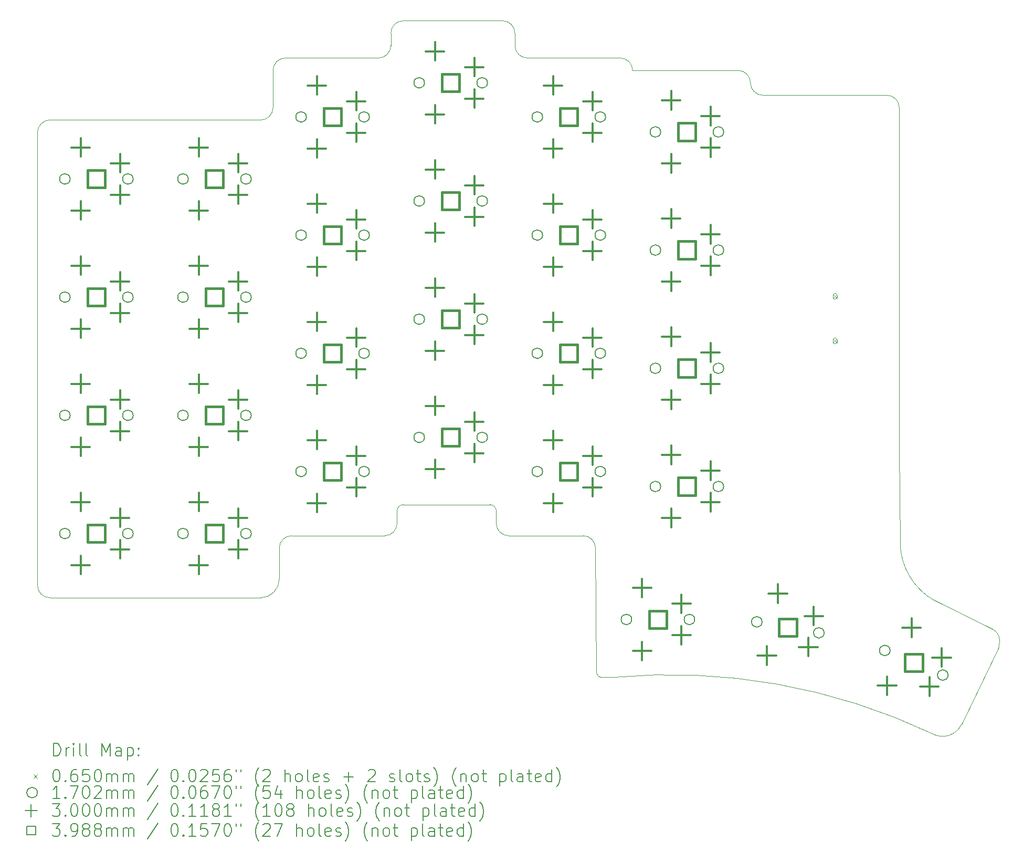
<source format=gbr>
%TF.GenerationSoftware,KiCad,Pcbnew,8.0.8*%
%TF.CreationDate,2025-01-28T12:55:14+10:00*%
%TF.ProjectId,wetsocks54k,77657473-6f63-46b7-9335-346b2e6b6963,2*%
%TF.SameCoordinates,Original*%
%TF.FileFunction,Drillmap*%
%TF.FilePolarity,Positive*%
%FSLAX45Y45*%
G04 Gerber Fmt 4.5, Leading zero omitted, Abs format (unit mm)*
G04 Created by KiCad (PCBNEW 8.0.8) date 2025-01-28 12:55:14*
%MOMM*%
%LPD*%
G01*
G04 APERTURE LIST*
%ADD10C,0.038100*%
%ADD11C,0.200000*%
%ADD12C,0.100000*%
%ADD13C,0.170180*%
%ADD14C,0.300000*%
%ADD15C,0.398780*%
G04 APERTURE END LIST*
D10*
X12445860Y-12636500D02*
X11245860Y-12636500D01*
X12662927Y-14836500D02*
X12645860Y-12836500D01*
X3645860Y-13436500D02*
X3645860Y-6136500D01*
X13045860Y-4936500D02*
G75*
G02*
X13245860Y-5136500I0J-200000D01*
G01*
X14945860Y-5136500D02*
G75*
G02*
X15145860Y-5336500I0J-200000D01*
G01*
X9445860Y-12236500D02*
G75*
G02*
X9545860Y-12136500I100000J0D01*
G01*
X17545860Y-5736500D02*
X17545860Y-11236500D01*
X3845860Y-13636500D02*
G75*
G02*
X3645860Y-13436500I0J200000D01*
G01*
X19041952Y-14134593D02*
G75*
G02*
X19148919Y-14430132I-96092J-201907D01*
G01*
X11045860Y-12436500D02*
X11045860Y-12236500D01*
X10945860Y-12136500D02*
G75*
G02*
X11045860Y-12236500I0J-100000D01*
G01*
X17545860Y-11236500D02*
X17561547Y-12758851D01*
X9445860Y-12236500D02*
X9445860Y-12436500D01*
X12759813Y-14918250D02*
X12944286Y-14919428D01*
X9345860Y-4736500D02*
X9345860Y-4536500D01*
X12759813Y-14918250D02*
G75*
G02*
X12662927Y-14836500I-13953J81751D01*
G01*
X7545860Y-12836500D02*
X7545860Y-13336500D01*
X3845860Y-5936500D02*
X7245860Y-5936500D01*
X9245860Y-12636500D02*
X7745860Y-12636500D01*
X13245860Y-5136500D02*
X14945860Y-5136500D01*
X7445860Y-5736500D02*
G75*
G02*
X7245860Y-5936500I-200000J0D01*
G01*
X11345860Y-4536500D02*
X11345860Y-4736500D01*
X11145860Y-4336500D02*
G75*
G02*
X11345860Y-4536500I0J-200000D01*
G01*
X18116017Y-13682810D02*
G75*
G02*
X17561546Y-12758851I529843J946310D01*
G01*
X11545860Y-4936500D02*
X13045860Y-4936500D01*
X18548991Y-15678928D02*
X19148919Y-14430132D01*
X9545860Y-4336500D02*
X11145860Y-4336500D01*
X7545860Y-13336500D02*
G75*
G02*
X7245860Y-13636500I-300000J0D01*
G01*
X7445860Y-5136500D02*
G75*
G02*
X7645860Y-4936500I200000J0D01*
G01*
X3645860Y-6136500D02*
G75*
G02*
X3845860Y-5936500I200000J0D01*
G01*
X7445860Y-5736500D02*
X7445860Y-5136500D01*
X11545860Y-4936500D02*
G75*
G02*
X11345860Y-4736500I0J200000D01*
G01*
X9445860Y-12436500D02*
G75*
G02*
X9245860Y-12636500I-200000J0D01*
G01*
X15345860Y-5536500D02*
X17145860Y-5536500D01*
X11245860Y-12636500D02*
G75*
G02*
X11045860Y-12436500I0J200000D01*
G01*
X10945860Y-12136500D02*
X9545860Y-12136500D01*
X19041952Y-14134593D02*
X18116017Y-13682810D01*
X9345860Y-4736500D02*
G75*
G02*
X9145860Y-4936500I-200000J0D01*
G01*
X12944286Y-14919428D02*
G75*
G02*
X18078926Y-15826857I907619J-9845046D01*
G01*
X7645860Y-4936500D02*
X9145860Y-4936500D01*
X15345860Y-5536500D02*
G75*
G02*
X15145860Y-5336500I0J200000D01*
G01*
X7545860Y-12836500D02*
G75*
G02*
X7745860Y-12636500I200000J0D01*
G01*
X9345860Y-4536500D02*
G75*
G02*
X9545860Y-4336500I200000J0D01*
G01*
X17145860Y-5536500D02*
X17345860Y-5536500D01*
X12445860Y-12636500D02*
G75*
G02*
X12645860Y-12836500I0J-200000D01*
G01*
X7145860Y-13636500D02*
X3845860Y-13636500D01*
X17345860Y-5536500D02*
G75*
G02*
X17545860Y-5736500I0J-200000D01*
G01*
X7145860Y-13636500D02*
X7245860Y-13636500D01*
X18548991Y-15678928D02*
G75*
G02*
X18078926Y-15826857I-303131J142428D01*
G01*
D11*
D12*
X16477360Y-8744000D02*
X16542360Y-8809000D01*
X16542360Y-8744000D02*
X16477360Y-8809000D01*
X16542360Y-8791500D02*
X16542360Y-8761500D01*
X16477360Y-8761500D02*
G75*
G02*
X16542360Y-8761500I32500J0D01*
G01*
X16477360Y-8761500D02*
X16477360Y-8791500D01*
X16477360Y-8791500D02*
G75*
G03*
X16542360Y-8791500I32500J0D01*
G01*
X16477360Y-8744000D02*
X16542360Y-8809000D01*
X16542360Y-8744000D02*
X16477360Y-8809000D01*
X16477360Y-9464000D02*
X16542360Y-9529000D01*
X16542360Y-9464000D02*
X16477360Y-9529000D01*
X16477360Y-9481500D02*
X16477360Y-9511500D01*
X16542360Y-9511500D02*
G75*
G02*
X16477360Y-9511500I-32500J0D01*
G01*
X16542360Y-9511500D02*
X16542360Y-9481500D01*
X16542360Y-9481500D02*
G75*
G03*
X16477360Y-9481500I-32500J0D01*
G01*
X16477360Y-9464000D02*
X16542360Y-9529000D01*
X16542360Y-9464000D02*
X16477360Y-9529000D01*
D13*
X4172950Y-6886500D02*
G75*
G02*
X4002770Y-6886500I-85090J0D01*
G01*
X4002770Y-6886500D02*
G75*
G02*
X4172950Y-6886500I85090J0D01*
G01*
X4172950Y-8791500D02*
G75*
G02*
X4002770Y-8791500I-85090J0D01*
G01*
X4002770Y-8791500D02*
G75*
G02*
X4172950Y-8791500I85090J0D01*
G01*
X4172950Y-10696500D02*
G75*
G02*
X4002770Y-10696500I-85090J0D01*
G01*
X4002770Y-10696500D02*
G75*
G02*
X4172950Y-10696500I85090J0D01*
G01*
X4172950Y-12601500D02*
G75*
G02*
X4002770Y-12601500I-85090J0D01*
G01*
X4002770Y-12601500D02*
G75*
G02*
X4172950Y-12601500I85090J0D01*
G01*
X5188950Y-6886500D02*
G75*
G02*
X5018770Y-6886500I-85090J0D01*
G01*
X5018770Y-6886500D02*
G75*
G02*
X5188950Y-6886500I85090J0D01*
G01*
X5188950Y-8791500D02*
G75*
G02*
X5018770Y-8791500I-85090J0D01*
G01*
X5018770Y-8791500D02*
G75*
G02*
X5188950Y-8791500I85090J0D01*
G01*
X5188950Y-10696500D02*
G75*
G02*
X5018770Y-10696500I-85090J0D01*
G01*
X5018770Y-10696500D02*
G75*
G02*
X5188950Y-10696500I85090J0D01*
G01*
X5188950Y-12601500D02*
G75*
G02*
X5018770Y-12601500I-85090J0D01*
G01*
X5018770Y-12601500D02*
G75*
G02*
X5188950Y-12601500I85090J0D01*
G01*
X6077950Y-8791500D02*
G75*
G02*
X5907770Y-8791500I-85090J0D01*
G01*
X5907770Y-8791500D02*
G75*
G02*
X6077950Y-8791500I85090J0D01*
G01*
X6077950Y-10696500D02*
G75*
G02*
X5907770Y-10696500I-85090J0D01*
G01*
X5907770Y-10696500D02*
G75*
G02*
X6077950Y-10696500I85090J0D01*
G01*
X6077950Y-12601500D02*
G75*
G02*
X5907770Y-12601500I-85090J0D01*
G01*
X5907770Y-12601500D02*
G75*
G02*
X6077950Y-12601500I85090J0D01*
G01*
X6077950Y-6886500D02*
G75*
G02*
X5907770Y-6886500I-85090J0D01*
G01*
X5907770Y-6886500D02*
G75*
G02*
X6077950Y-6886500I85090J0D01*
G01*
X7093950Y-8791500D02*
G75*
G02*
X6923770Y-8791500I-85090J0D01*
G01*
X6923770Y-8791500D02*
G75*
G02*
X7093950Y-8791500I85090J0D01*
G01*
X7093950Y-10696500D02*
G75*
G02*
X6923770Y-10696500I-85090J0D01*
G01*
X6923770Y-10696500D02*
G75*
G02*
X7093950Y-10696500I85090J0D01*
G01*
X7093950Y-12601500D02*
G75*
G02*
X6923770Y-12601500I-85090J0D01*
G01*
X6923770Y-12601500D02*
G75*
G02*
X7093950Y-12601500I85090J0D01*
G01*
X7093950Y-6886500D02*
G75*
G02*
X6923770Y-6886500I-85090J0D01*
G01*
X6923770Y-6886500D02*
G75*
G02*
X7093950Y-6886500I85090J0D01*
G01*
X7982950Y-5886500D02*
G75*
G02*
X7812770Y-5886500I-85090J0D01*
G01*
X7812770Y-5886500D02*
G75*
G02*
X7982950Y-5886500I85090J0D01*
G01*
X7982950Y-7791500D02*
G75*
G02*
X7812770Y-7791500I-85090J0D01*
G01*
X7812770Y-7791500D02*
G75*
G02*
X7982950Y-7791500I85090J0D01*
G01*
X7982950Y-9696500D02*
G75*
G02*
X7812770Y-9696500I-85090J0D01*
G01*
X7812770Y-9696500D02*
G75*
G02*
X7982950Y-9696500I85090J0D01*
G01*
X7982950Y-11601500D02*
G75*
G02*
X7812770Y-11601500I-85090J0D01*
G01*
X7812770Y-11601500D02*
G75*
G02*
X7982950Y-11601500I85090J0D01*
G01*
X8998950Y-5886500D02*
G75*
G02*
X8828770Y-5886500I-85090J0D01*
G01*
X8828770Y-5886500D02*
G75*
G02*
X8998950Y-5886500I85090J0D01*
G01*
X8998950Y-7791500D02*
G75*
G02*
X8828770Y-7791500I-85090J0D01*
G01*
X8828770Y-7791500D02*
G75*
G02*
X8998950Y-7791500I85090J0D01*
G01*
X8998950Y-9696500D02*
G75*
G02*
X8828770Y-9696500I-85090J0D01*
G01*
X8828770Y-9696500D02*
G75*
G02*
X8998950Y-9696500I85090J0D01*
G01*
X8998950Y-11601500D02*
G75*
G02*
X8828770Y-11601500I-85090J0D01*
G01*
X8828770Y-11601500D02*
G75*
G02*
X8998950Y-11601500I85090J0D01*
G01*
X9887950Y-5336500D02*
G75*
G02*
X9717770Y-5336500I-85090J0D01*
G01*
X9717770Y-5336500D02*
G75*
G02*
X9887950Y-5336500I85090J0D01*
G01*
X9887950Y-7241500D02*
G75*
G02*
X9717770Y-7241500I-85090J0D01*
G01*
X9717770Y-7241500D02*
G75*
G02*
X9887950Y-7241500I85090J0D01*
G01*
X9887950Y-9146500D02*
G75*
G02*
X9717770Y-9146500I-85090J0D01*
G01*
X9717770Y-9146500D02*
G75*
G02*
X9887950Y-9146500I85090J0D01*
G01*
X9887950Y-11051500D02*
G75*
G02*
X9717770Y-11051500I-85090J0D01*
G01*
X9717770Y-11051500D02*
G75*
G02*
X9887950Y-11051500I85090J0D01*
G01*
X10903950Y-5336500D02*
G75*
G02*
X10733770Y-5336500I-85090J0D01*
G01*
X10733770Y-5336500D02*
G75*
G02*
X10903950Y-5336500I85090J0D01*
G01*
X10903950Y-7241500D02*
G75*
G02*
X10733770Y-7241500I-85090J0D01*
G01*
X10733770Y-7241500D02*
G75*
G02*
X10903950Y-7241500I85090J0D01*
G01*
X10903950Y-9146500D02*
G75*
G02*
X10733770Y-9146500I-85090J0D01*
G01*
X10733770Y-9146500D02*
G75*
G02*
X10903950Y-9146500I85090J0D01*
G01*
X10903950Y-11051500D02*
G75*
G02*
X10733770Y-11051500I-85090J0D01*
G01*
X10733770Y-11051500D02*
G75*
G02*
X10903950Y-11051500I85090J0D01*
G01*
X11792950Y-5886500D02*
G75*
G02*
X11622770Y-5886500I-85090J0D01*
G01*
X11622770Y-5886500D02*
G75*
G02*
X11792950Y-5886500I85090J0D01*
G01*
X11792950Y-7791500D02*
G75*
G02*
X11622770Y-7791500I-85090J0D01*
G01*
X11622770Y-7791500D02*
G75*
G02*
X11792950Y-7791500I85090J0D01*
G01*
X11792950Y-9696500D02*
G75*
G02*
X11622770Y-9696500I-85090J0D01*
G01*
X11622770Y-9696500D02*
G75*
G02*
X11792950Y-9696500I85090J0D01*
G01*
X11792950Y-11601500D02*
G75*
G02*
X11622770Y-11601500I-85090J0D01*
G01*
X11622770Y-11601500D02*
G75*
G02*
X11792950Y-11601500I85090J0D01*
G01*
X12808950Y-5886500D02*
G75*
G02*
X12638770Y-5886500I-85090J0D01*
G01*
X12638770Y-5886500D02*
G75*
G02*
X12808950Y-5886500I85090J0D01*
G01*
X12808950Y-7791500D02*
G75*
G02*
X12638770Y-7791500I-85090J0D01*
G01*
X12638770Y-7791500D02*
G75*
G02*
X12808950Y-7791500I85090J0D01*
G01*
X12808950Y-9696500D02*
G75*
G02*
X12638770Y-9696500I-85090J0D01*
G01*
X12638770Y-9696500D02*
G75*
G02*
X12808950Y-9696500I85090J0D01*
G01*
X12808950Y-11601500D02*
G75*
G02*
X12638770Y-11601500I-85090J0D01*
G01*
X12638770Y-11601500D02*
G75*
G02*
X12808950Y-11601500I85090J0D01*
G01*
X13230590Y-13986500D02*
G75*
G02*
X13060410Y-13986500I-85090J0D01*
G01*
X13060410Y-13986500D02*
G75*
G02*
X13230590Y-13986500I85090J0D01*
G01*
X13697950Y-6128500D02*
G75*
G02*
X13527770Y-6128500I-85090J0D01*
G01*
X13527770Y-6128500D02*
G75*
G02*
X13697950Y-6128500I85090J0D01*
G01*
X13697950Y-8033500D02*
G75*
G02*
X13527770Y-8033500I-85090J0D01*
G01*
X13527770Y-8033500D02*
G75*
G02*
X13697950Y-8033500I85090J0D01*
G01*
X13697950Y-9938500D02*
G75*
G02*
X13527770Y-9938500I-85090J0D01*
G01*
X13527770Y-9938500D02*
G75*
G02*
X13697950Y-9938500I85090J0D01*
G01*
X13697950Y-11843500D02*
G75*
G02*
X13527770Y-11843500I-85090J0D01*
G01*
X13527770Y-11843500D02*
G75*
G02*
X13697950Y-11843500I85090J0D01*
G01*
X14246590Y-13986500D02*
G75*
G02*
X14076410Y-13986500I-85090J0D01*
G01*
X14076410Y-13986500D02*
G75*
G02*
X14246590Y-13986500I85090J0D01*
G01*
X14713950Y-6128500D02*
G75*
G02*
X14543770Y-6128500I-85090J0D01*
G01*
X14543770Y-6128500D02*
G75*
G02*
X14713950Y-6128500I85090J0D01*
G01*
X14713950Y-8033500D02*
G75*
G02*
X14543770Y-8033500I-85090J0D01*
G01*
X14543770Y-8033500D02*
G75*
G02*
X14713950Y-8033500I85090J0D01*
G01*
X14713950Y-9938500D02*
G75*
G02*
X14543770Y-9938500I-85090J0D01*
G01*
X14543770Y-9938500D02*
G75*
G02*
X14713950Y-9938500I85090J0D01*
G01*
X14713950Y-11843500D02*
G75*
G02*
X14543770Y-11843500I-85090J0D01*
G01*
X14543770Y-11843500D02*
G75*
G02*
X14713950Y-11843500I85090J0D01*
G01*
X15333712Y-14025287D02*
G75*
G02*
X15163532Y-14025287I-85090J0D01*
G01*
X15163532Y-14025287D02*
G75*
G02*
X15333712Y-14025287I85090J0D01*
G01*
X16334276Y-14201713D02*
G75*
G02*
X16164096Y-14201713I-85090J0D01*
G01*
X16164096Y-14201713D02*
G75*
G02*
X16334276Y-14201713I85090J0D01*
G01*
X17398474Y-14486579D02*
G75*
G02*
X17228294Y-14486579I-85090J0D01*
G01*
X17228294Y-14486579D02*
G75*
G02*
X17398474Y-14486579I85090J0D01*
G01*
X18333707Y-14883562D02*
G75*
G02*
X18163527Y-14883562I-85090J0D01*
G01*
X18163527Y-14883562D02*
G75*
G02*
X18333707Y-14883562I85090J0D01*
G01*
D14*
X4341860Y-6228500D02*
X4341860Y-6528500D01*
X4191860Y-6378500D02*
X4491860Y-6378500D01*
X4341860Y-7244500D02*
X4341860Y-7544500D01*
X4191860Y-7394500D02*
X4491860Y-7394500D01*
X4341860Y-8133500D02*
X4341860Y-8433500D01*
X4191860Y-8283500D02*
X4491860Y-8283500D01*
X4341860Y-9149500D02*
X4341860Y-9449500D01*
X4191860Y-9299500D02*
X4491860Y-9299500D01*
X4341860Y-10038500D02*
X4341860Y-10338500D01*
X4191860Y-10188500D02*
X4491860Y-10188500D01*
X4341860Y-11054500D02*
X4341860Y-11354500D01*
X4191860Y-11204500D02*
X4491860Y-11204500D01*
X4341860Y-11943500D02*
X4341860Y-12243500D01*
X4191860Y-12093500D02*
X4491860Y-12093500D01*
X4341860Y-12959500D02*
X4341860Y-13259500D01*
X4191860Y-13109500D02*
X4491860Y-13109500D01*
X4976860Y-6482500D02*
X4976860Y-6782500D01*
X4826860Y-6632500D02*
X5126860Y-6632500D01*
X4976860Y-6990500D02*
X4976860Y-7290500D01*
X4826860Y-7140500D02*
X5126860Y-7140500D01*
X4976860Y-8387500D02*
X4976860Y-8687500D01*
X4826860Y-8537500D02*
X5126860Y-8537500D01*
X4976860Y-8895500D02*
X4976860Y-9195500D01*
X4826860Y-9045500D02*
X5126860Y-9045500D01*
X4976860Y-10292500D02*
X4976860Y-10592500D01*
X4826860Y-10442500D02*
X5126860Y-10442500D01*
X4976860Y-10800500D02*
X4976860Y-11100500D01*
X4826860Y-10950500D02*
X5126860Y-10950500D01*
X4976860Y-12197500D02*
X4976860Y-12497500D01*
X4826860Y-12347500D02*
X5126860Y-12347500D01*
X4976860Y-12705500D02*
X4976860Y-13005500D01*
X4826860Y-12855500D02*
X5126860Y-12855500D01*
X6246860Y-8133500D02*
X6246860Y-8433500D01*
X6096860Y-8283500D02*
X6396860Y-8283500D01*
X6246860Y-9149500D02*
X6246860Y-9449500D01*
X6096860Y-9299500D02*
X6396860Y-9299500D01*
X6246860Y-10038500D02*
X6246860Y-10338500D01*
X6096860Y-10188500D02*
X6396860Y-10188500D01*
X6246860Y-11054500D02*
X6246860Y-11354500D01*
X6096860Y-11204500D02*
X6396860Y-11204500D01*
X6246860Y-11943500D02*
X6246860Y-12243500D01*
X6096860Y-12093500D02*
X6396860Y-12093500D01*
X6246860Y-12959500D02*
X6246860Y-13259500D01*
X6096860Y-13109500D02*
X6396860Y-13109500D01*
X6246860Y-6228500D02*
X6246860Y-6528500D01*
X6096860Y-6378500D02*
X6396860Y-6378500D01*
X6246860Y-7244500D02*
X6246860Y-7544500D01*
X6096860Y-7394500D02*
X6396860Y-7394500D01*
X6881860Y-8387500D02*
X6881860Y-8687500D01*
X6731860Y-8537500D02*
X7031860Y-8537500D01*
X6881860Y-8895500D02*
X6881860Y-9195500D01*
X6731860Y-9045500D02*
X7031860Y-9045500D01*
X6881860Y-10292500D02*
X6881860Y-10592500D01*
X6731860Y-10442500D02*
X7031860Y-10442500D01*
X6881860Y-10800500D02*
X6881860Y-11100500D01*
X6731860Y-10950500D02*
X7031860Y-10950500D01*
X6881860Y-12197500D02*
X6881860Y-12497500D01*
X6731860Y-12347500D02*
X7031860Y-12347500D01*
X6881860Y-12705500D02*
X6881860Y-13005500D01*
X6731860Y-12855500D02*
X7031860Y-12855500D01*
X6881860Y-6482500D02*
X6881860Y-6782500D01*
X6731860Y-6632500D02*
X7031860Y-6632500D01*
X6881860Y-6990500D02*
X6881860Y-7290500D01*
X6731860Y-7140500D02*
X7031860Y-7140500D01*
X8151860Y-5228500D02*
X8151860Y-5528500D01*
X8001860Y-5378500D02*
X8301860Y-5378500D01*
X8151860Y-6244500D02*
X8151860Y-6544500D01*
X8001860Y-6394500D02*
X8301860Y-6394500D01*
X8151860Y-7133500D02*
X8151860Y-7433500D01*
X8001860Y-7283500D02*
X8301860Y-7283500D01*
X8151860Y-8149500D02*
X8151860Y-8449500D01*
X8001860Y-8299500D02*
X8301860Y-8299500D01*
X8151860Y-9038500D02*
X8151860Y-9338500D01*
X8001860Y-9188500D02*
X8301860Y-9188500D01*
X8151860Y-10054500D02*
X8151860Y-10354500D01*
X8001860Y-10204500D02*
X8301860Y-10204500D01*
X8151860Y-10943500D02*
X8151860Y-11243500D01*
X8001860Y-11093500D02*
X8301860Y-11093500D01*
X8151860Y-11959500D02*
X8151860Y-12259500D01*
X8001860Y-12109500D02*
X8301860Y-12109500D01*
X8786860Y-5482500D02*
X8786860Y-5782500D01*
X8636860Y-5632500D02*
X8936860Y-5632500D01*
X8786860Y-5990500D02*
X8786860Y-6290500D01*
X8636860Y-6140500D02*
X8936860Y-6140500D01*
X8786860Y-7387500D02*
X8786860Y-7687500D01*
X8636860Y-7537500D02*
X8936860Y-7537500D01*
X8786860Y-7895500D02*
X8786860Y-8195500D01*
X8636860Y-8045500D02*
X8936860Y-8045500D01*
X8786860Y-9292500D02*
X8786860Y-9592500D01*
X8636860Y-9442500D02*
X8936860Y-9442500D01*
X8786860Y-9800500D02*
X8786860Y-10100500D01*
X8636860Y-9950500D02*
X8936860Y-9950500D01*
X8786860Y-11197500D02*
X8786860Y-11497500D01*
X8636860Y-11347500D02*
X8936860Y-11347500D01*
X8786860Y-11705500D02*
X8786860Y-12005500D01*
X8636860Y-11855500D02*
X8936860Y-11855500D01*
X10056860Y-4678500D02*
X10056860Y-4978500D01*
X9906860Y-4828500D02*
X10206860Y-4828500D01*
X10056860Y-5694500D02*
X10056860Y-5994500D01*
X9906860Y-5844500D02*
X10206860Y-5844500D01*
X10056860Y-6583500D02*
X10056860Y-6883500D01*
X9906860Y-6733500D02*
X10206860Y-6733500D01*
X10056860Y-7599500D02*
X10056860Y-7899500D01*
X9906860Y-7749500D02*
X10206860Y-7749500D01*
X10056860Y-8488500D02*
X10056860Y-8788500D01*
X9906860Y-8638500D02*
X10206860Y-8638500D01*
X10056860Y-9504500D02*
X10056860Y-9804500D01*
X9906860Y-9654500D02*
X10206860Y-9654500D01*
X10056860Y-10393500D02*
X10056860Y-10693500D01*
X9906860Y-10543500D02*
X10206860Y-10543500D01*
X10056860Y-11409500D02*
X10056860Y-11709500D01*
X9906860Y-11559500D02*
X10206860Y-11559500D01*
X10691860Y-4932500D02*
X10691860Y-5232500D01*
X10541860Y-5082500D02*
X10841860Y-5082500D01*
X10691860Y-5440500D02*
X10691860Y-5740500D01*
X10541860Y-5590500D02*
X10841860Y-5590500D01*
X10691860Y-6837500D02*
X10691860Y-7137500D01*
X10541860Y-6987500D02*
X10841860Y-6987500D01*
X10691860Y-7345500D02*
X10691860Y-7645500D01*
X10541860Y-7495500D02*
X10841860Y-7495500D01*
X10691860Y-8742500D02*
X10691860Y-9042500D01*
X10541860Y-8892500D02*
X10841860Y-8892500D01*
X10691860Y-9250500D02*
X10691860Y-9550500D01*
X10541860Y-9400500D02*
X10841860Y-9400500D01*
X10691860Y-10647500D02*
X10691860Y-10947500D01*
X10541860Y-10797500D02*
X10841860Y-10797500D01*
X10691860Y-11155500D02*
X10691860Y-11455500D01*
X10541860Y-11305500D02*
X10841860Y-11305500D01*
X11961860Y-5228500D02*
X11961860Y-5528500D01*
X11811860Y-5378500D02*
X12111860Y-5378500D01*
X11961860Y-6244500D02*
X11961860Y-6544500D01*
X11811860Y-6394500D02*
X12111860Y-6394500D01*
X11961860Y-7133500D02*
X11961860Y-7433500D01*
X11811860Y-7283500D02*
X12111860Y-7283500D01*
X11961860Y-8149500D02*
X11961860Y-8449500D01*
X11811860Y-8299500D02*
X12111860Y-8299500D01*
X11961860Y-9038500D02*
X11961860Y-9338500D01*
X11811860Y-9188500D02*
X12111860Y-9188500D01*
X11961860Y-10054500D02*
X11961860Y-10354500D01*
X11811860Y-10204500D02*
X12111860Y-10204500D01*
X11961860Y-10943500D02*
X11961860Y-11243500D01*
X11811860Y-11093500D02*
X12111860Y-11093500D01*
X11961860Y-11959500D02*
X11961860Y-12259500D01*
X11811860Y-12109500D02*
X12111860Y-12109500D01*
X12596860Y-5482500D02*
X12596860Y-5782500D01*
X12446860Y-5632500D02*
X12746860Y-5632500D01*
X12596860Y-5990500D02*
X12596860Y-6290500D01*
X12446860Y-6140500D02*
X12746860Y-6140500D01*
X12596860Y-7387500D02*
X12596860Y-7687500D01*
X12446860Y-7537500D02*
X12746860Y-7537500D01*
X12596860Y-7895500D02*
X12596860Y-8195500D01*
X12446860Y-8045500D02*
X12746860Y-8045500D01*
X12596860Y-9292500D02*
X12596860Y-9592500D01*
X12446860Y-9442500D02*
X12746860Y-9442500D01*
X12596860Y-9800500D02*
X12596860Y-10100500D01*
X12446860Y-9950500D02*
X12746860Y-9950500D01*
X12596860Y-11197500D02*
X12596860Y-11497500D01*
X12446860Y-11347500D02*
X12746860Y-11347500D01*
X12596860Y-11705500D02*
X12596860Y-12005500D01*
X12446860Y-11855500D02*
X12746860Y-11855500D01*
X13399500Y-13328500D02*
X13399500Y-13628500D01*
X13249500Y-13478500D02*
X13549500Y-13478500D01*
X13399500Y-14344500D02*
X13399500Y-14644500D01*
X13249500Y-14494500D02*
X13549500Y-14494500D01*
X13866860Y-5470500D02*
X13866860Y-5770500D01*
X13716860Y-5620500D02*
X14016860Y-5620500D01*
X13866860Y-6486500D02*
X13866860Y-6786500D01*
X13716860Y-6636500D02*
X14016860Y-6636500D01*
X13866860Y-7375500D02*
X13866860Y-7675500D01*
X13716860Y-7525500D02*
X14016860Y-7525500D01*
X13866860Y-8391500D02*
X13866860Y-8691500D01*
X13716860Y-8541500D02*
X14016860Y-8541500D01*
X13866860Y-9280500D02*
X13866860Y-9580500D01*
X13716860Y-9430500D02*
X14016860Y-9430500D01*
X13866860Y-10296500D02*
X13866860Y-10596500D01*
X13716860Y-10446500D02*
X14016860Y-10446500D01*
X13866860Y-11185500D02*
X13866860Y-11485500D01*
X13716860Y-11335500D02*
X14016860Y-11335500D01*
X13866860Y-12201500D02*
X13866860Y-12501500D01*
X13716860Y-12351500D02*
X14016860Y-12351500D01*
X14034500Y-13582500D02*
X14034500Y-13882500D01*
X13884500Y-13732500D02*
X14184500Y-13732500D01*
X14034500Y-14090500D02*
X14034500Y-14390500D01*
X13884500Y-14240500D02*
X14184500Y-14240500D01*
X14501860Y-5724500D02*
X14501860Y-6024500D01*
X14351860Y-5874500D02*
X14651860Y-5874500D01*
X14501860Y-6232500D02*
X14501860Y-6532500D01*
X14351860Y-6382500D02*
X14651860Y-6382500D01*
X14501860Y-7629500D02*
X14501860Y-7929500D01*
X14351860Y-7779500D02*
X14651860Y-7779500D01*
X14501860Y-8137500D02*
X14501860Y-8437500D01*
X14351860Y-8287500D02*
X14651860Y-8287500D01*
X14501860Y-9534500D02*
X14501860Y-9834500D01*
X14351860Y-9684500D02*
X14651860Y-9684500D01*
X14501860Y-10042500D02*
X14501860Y-10342500D01*
X14351860Y-10192500D02*
X14651860Y-10192500D01*
X14501860Y-11439500D02*
X14501860Y-11739500D01*
X14351860Y-11589500D02*
X14651860Y-11589500D01*
X14501860Y-11947500D02*
X14501860Y-12247500D01*
X14351860Y-12097500D02*
X14651860Y-12097500D01*
X15410550Y-14419676D02*
X15410550Y-14719676D01*
X15260550Y-14569676D02*
X15560550Y-14569676D01*
X15586976Y-13419111D02*
X15586976Y-13719111D01*
X15436976Y-13569111D02*
X15736976Y-13569111D01*
X16080009Y-14279801D02*
X16080009Y-14579801D01*
X15930009Y-14429801D02*
X16230009Y-14429801D01*
X16168222Y-13779519D02*
X16168222Y-14079519D01*
X16018222Y-13929519D02*
X16318222Y-13929519D01*
X17348700Y-14903442D02*
X17348700Y-15203442D01*
X17198700Y-15053442D02*
X17498700Y-15053442D01*
X17745683Y-13968209D02*
X17745683Y-14268209D01*
X17595683Y-14118209D02*
X17895683Y-14118209D01*
X18032467Y-14917748D02*
X18032467Y-15217748D01*
X17882467Y-15067748D02*
X18182467Y-15067748D01*
X18230958Y-14450131D02*
X18230958Y-14750131D01*
X18080958Y-14600131D02*
X18380958Y-14600131D01*
D15*
X4736851Y-7027491D02*
X4736851Y-6745509D01*
X4454869Y-6745509D01*
X4454869Y-7027491D01*
X4736851Y-7027491D01*
X4736851Y-8932491D02*
X4736851Y-8650509D01*
X4454869Y-8650509D01*
X4454869Y-8932491D01*
X4736851Y-8932491D01*
X4736851Y-10837491D02*
X4736851Y-10555509D01*
X4454869Y-10555509D01*
X4454869Y-10837491D01*
X4736851Y-10837491D01*
X4736851Y-12742491D02*
X4736851Y-12460509D01*
X4454869Y-12460509D01*
X4454869Y-12742491D01*
X4736851Y-12742491D01*
X6641851Y-8932491D02*
X6641851Y-8650509D01*
X6359869Y-8650509D01*
X6359869Y-8932491D01*
X6641851Y-8932491D01*
X6641851Y-10837491D02*
X6641851Y-10555509D01*
X6359869Y-10555509D01*
X6359869Y-10837491D01*
X6641851Y-10837491D01*
X6641851Y-12742491D02*
X6641851Y-12460509D01*
X6359869Y-12460509D01*
X6359869Y-12742491D01*
X6641851Y-12742491D01*
X6641851Y-7027491D02*
X6641851Y-6745509D01*
X6359869Y-6745509D01*
X6359869Y-7027491D01*
X6641851Y-7027491D01*
X8546851Y-6027491D02*
X8546851Y-5745509D01*
X8264869Y-5745509D01*
X8264869Y-6027491D01*
X8546851Y-6027491D01*
X8546851Y-7932491D02*
X8546851Y-7650509D01*
X8264869Y-7650509D01*
X8264869Y-7932491D01*
X8546851Y-7932491D01*
X8546851Y-9837491D02*
X8546851Y-9555509D01*
X8264869Y-9555509D01*
X8264869Y-9837491D01*
X8546851Y-9837491D01*
X8546851Y-11742491D02*
X8546851Y-11460509D01*
X8264869Y-11460509D01*
X8264869Y-11742491D01*
X8546851Y-11742491D01*
X10451851Y-5477491D02*
X10451851Y-5195509D01*
X10169869Y-5195509D01*
X10169869Y-5477491D01*
X10451851Y-5477491D01*
X10451851Y-7382491D02*
X10451851Y-7100509D01*
X10169869Y-7100509D01*
X10169869Y-7382491D01*
X10451851Y-7382491D01*
X10451851Y-9287491D02*
X10451851Y-9005509D01*
X10169869Y-9005509D01*
X10169869Y-9287491D01*
X10451851Y-9287491D01*
X10451851Y-11192491D02*
X10451851Y-10910509D01*
X10169869Y-10910509D01*
X10169869Y-11192491D01*
X10451851Y-11192491D01*
X12356851Y-6027491D02*
X12356851Y-5745509D01*
X12074869Y-5745509D01*
X12074869Y-6027491D01*
X12356851Y-6027491D01*
X12356851Y-7932491D02*
X12356851Y-7650509D01*
X12074869Y-7650509D01*
X12074869Y-7932491D01*
X12356851Y-7932491D01*
X12356851Y-9837491D02*
X12356851Y-9555509D01*
X12074869Y-9555509D01*
X12074869Y-9837491D01*
X12356851Y-9837491D01*
X12356851Y-11742491D02*
X12356851Y-11460509D01*
X12074869Y-11460509D01*
X12074869Y-11742491D01*
X12356851Y-11742491D01*
X13794491Y-14127491D02*
X13794491Y-13845509D01*
X13512509Y-13845509D01*
X13512509Y-14127491D01*
X13794491Y-14127491D01*
X14261851Y-6269491D02*
X14261851Y-5987509D01*
X13979869Y-5987509D01*
X13979869Y-6269491D01*
X14261851Y-6269491D01*
X14261851Y-8174491D02*
X14261851Y-7892509D01*
X13979869Y-7892509D01*
X13979869Y-8174491D01*
X14261851Y-8174491D01*
X14261851Y-10079491D02*
X14261851Y-9797509D01*
X13979869Y-9797509D01*
X13979869Y-10079491D01*
X14261851Y-10079491D01*
X14261851Y-11984491D02*
X14261851Y-11702509D01*
X13979869Y-11702509D01*
X13979869Y-11984491D01*
X14261851Y-11984491D01*
X15889895Y-14254491D02*
X15889895Y-13972509D01*
X15607913Y-13972509D01*
X15607913Y-14254491D01*
X15889895Y-14254491D01*
X17921991Y-14826062D02*
X17921991Y-14544079D01*
X17640009Y-14544079D01*
X17640009Y-14826062D01*
X17921991Y-14826062D01*
D11*
X3904732Y-16184813D02*
X3904732Y-15984813D01*
X3904732Y-15984813D02*
X3952351Y-15984813D01*
X3952351Y-15984813D02*
X3980922Y-15994337D01*
X3980922Y-15994337D02*
X3999970Y-16013384D01*
X3999970Y-16013384D02*
X4009494Y-16032432D01*
X4009494Y-16032432D02*
X4019017Y-16070527D01*
X4019017Y-16070527D02*
X4019017Y-16099099D01*
X4019017Y-16099099D02*
X4009494Y-16137194D01*
X4009494Y-16137194D02*
X3999970Y-16156241D01*
X3999970Y-16156241D02*
X3980922Y-16175289D01*
X3980922Y-16175289D02*
X3952351Y-16184813D01*
X3952351Y-16184813D02*
X3904732Y-16184813D01*
X4104732Y-16184813D02*
X4104732Y-16051479D01*
X4104732Y-16089575D02*
X4114256Y-16070527D01*
X4114256Y-16070527D02*
X4123779Y-16061003D01*
X4123779Y-16061003D02*
X4142827Y-16051479D01*
X4142827Y-16051479D02*
X4161875Y-16051479D01*
X4228541Y-16184813D02*
X4228541Y-16051479D01*
X4228541Y-15984813D02*
X4219018Y-15994337D01*
X4219018Y-15994337D02*
X4228541Y-16003860D01*
X4228541Y-16003860D02*
X4238065Y-15994337D01*
X4238065Y-15994337D02*
X4228541Y-15984813D01*
X4228541Y-15984813D02*
X4228541Y-16003860D01*
X4352351Y-16184813D02*
X4333303Y-16175289D01*
X4333303Y-16175289D02*
X4323779Y-16156241D01*
X4323779Y-16156241D02*
X4323779Y-15984813D01*
X4457113Y-16184813D02*
X4438065Y-16175289D01*
X4438065Y-16175289D02*
X4428541Y-16156241D01*
X4428541Y-16156241D02*
X4428541Y-15984813D01*
X4685684Y-16184813D02*
X4685684Y-15984813D01*
X4685684Y-15984813D02*
X4752351Y-16127670D01*
X4752351Y-16127670D02*
X4819018Y-15984813D01*
X4819018Y-15984813D02*
X4819018Y-16184813D01*
X4999970Y-16184813D02*
X4999970Y-16080051D01*
X4999970Y-16080051D02*
X4990446Y-16061003D01*
X4990446Y-16061003D02*
X4971399Y-16051479D01*
X4971399Y-16051479D02*
X4933303Y-16051479D01*
X4933303Y-16051479D02*
X4914256Y-16061003D01*
X4999970Y-16175289D02*
X4980922Y-16184813D01*
X4980922Y-16184813D02*
X4933303Y-16184813D01*
X4933303Y-16184813D02*
X4914256Y-16175289D01*
X4914256Y-16175289D02*
X4904732Y-16156241D01*
X4904732Y-16156241D02*
X4904732Y-16137194D01*
X4904732Y-16137194D02*
X4914256Y-16118146D01*
X4914256Y-16118146D02*
X4933303Y-16108622D01*
X4933303Y-16108622D02*
X4980922Y-16108622D01*
X4980922Y-16108622D02*
X4999970Y-16099099D01*
X5095208Y-16051479D02*
X5095208Y-16251479D01*
X5095208Y-16061003D02*
X5114256Y-16051479D01*
X5114256Y-16051479D02*
X5152351Y-16051479D01*
X5152351Y-16051479D02*
X5171399Y-16061003D01*
X5171399Y-16061003D02*
X5180922Y-16070527D01*
X5180922Y-16070527D02*
X5190446Y-16089575D01*
X5190446Y-16089575D02*
X5190446Y-16146718D01*
X5190446Y-16146718D02*
X5180922Y-16165765D01*
X5180922Y-16165765D02*
X5171399Y-16175289D01*
X5171399Y-16175289D02*
X5152351Y-16184813D01*
X5152351Y-16184813D02*
X5114256Y-16184813D01*
X5114256Y-16184813D02*
X5095208Y-16175289D01*
X5276160Y-16165765D02*
X5285684Y-16175289D01*
X5285684Y-16175289D02*
X5276160Y-16184813D01*
X5276160Y-16184813D02*
X5266637Y-16175289D01*
X5266637Y-16175289D02*
X5276160Y-16165765D01*
X5276160Y-16165765D02*
X5276160Y-16184813D01*
X5276160Y-16061003D02*
X5285684Y-16070527D01*
X5285684Y-16070527D02*
X5276160Y-16080051D01*
X5276160Y-16080051D02*
X5266637Y-16070527D01*
X5266637Y-16070527D02*
X5276160Y-16061003D01*
X5276160Y-16061003D02*
X5276160Y-16080051D01*
D12*
X3578955Y-16480829D02*
X3643955Y-16545829D01*
X3643955Y-16480829D02*
X3578955Y-16545829D01*
D11*
X3942827Y-16404813D02*
X3961875Y-16404813D01*
X3961875Y-16404813D02*
X3980922Y-16414337D01*
X3980922Y-16414337D02*
X3990446Y-16423860D01*
X3990446Y-16423860D02*
X3999970Y-16442908D01*
X3999970Y-16442908D02*
X4009494Y-16481003D01*
X4009494Y-16481003D02*
X4009494Y-16528622D01*
X4009494Y-16528622D02*
X3999970Y-16566718D01*
X3999970Y-16566718D02*
X3990446Y-16585765D01*
X3990446Y-16585765D02*
X3980922Y-16595289D01*
X3980922Y-16595289D02*
X3961875Y-16604813D01*
X3961875Y-16604813D02*
X3942827Y-16604813D01*
X3942827Y-16604813D02*
X3923779Y-16595289D01*
X3923779Y-16595289D02*
X3914256Y-16585765D01*
X3914256Y-16585765D02*
X3904732Y-16566718D01*
X3904732Y-16566718D02*
X3895208Y-16528622D01*
X3895208Y-16528622D02*
X3895208Y-16481003D01*
X3895208Y-16481003D02*
X3904732Y-16442908D01*
X3904732Y-16442908D02*
X3914256Y-16423860D01*
X3914256Y-16423860D02*
X3923779Y-16414337D01*
X3923779Y-16414337D02*
X3942827Y-16404813D01*
X4095208Y-16585765D02*
X4104732Y-16595289D01*
X4104732Y-16595289D02*
X4095208Y-16604813D01*
X4095208Y-16604813D02*
X4085684Y-16595289D01*
X4085684Y-16595289D02*
X4095208Y-16585765D01*
X4095208Y-16585765D02*
X4095208Y-16604813D01*
X4276160Y-16404813D02*
X4238065Y-16404813D01*
X4238065Y-16404813D02*
X4219018Y-16414337D01*
X4219018Y-16414337D02*
X4209494Y-16423860D01*
X4209494Y-16423860D02*
X4190446Y-16452432D01*
X4190446Y-16452432D02*
X4180922Y-16490527D01*
X4180922Y-16490527D02*
X4180922Y-16566718D01*
X4180922Y-16566718D02*
X4190446Y-16585765D01*
X4190446Y-16585765D02*
X4199970Y-16595289D01*
X4199970Y-16595289D02*
X4219018Y-16604813D01*
X4219018Y-16604813D02*
X4257113Y-16604813D01*
X4257113Y-16604813D02*
X4276160Y-16595289D01*
X4276160Y-16595289D02*
X4285684Y-16585765D01*
X4285684Y-16585765D02*
X4295208Y-16566718D01*
X4295208Y-16566718D02*
X4295208Y-16519099D01*
X4295208Y-16519099D02*
X4285684Y-16500051D01*
X4285684Y-16500051D02*
X4276160Y-16490527D01*
X4276160Y-16490527D02*
X4257113Y-16481003D01*
X4257113Y-16481003D02*
X4219018Y-16481003D01*
X4219018Y-16481003D02*
X4199970Y-16490527D01*
X4199970Y-16490527D02*
X4190446Y-16500051D01*
X4190446Y-16500051D02*
X4180922Y-16519099D01*
X4476160Y-16404813D02*
X4380922Y-16404813D01*
X4380922Y-16404813D02*
X4371399Y-16500051D01*
X4371399Y-16500051D02*
X4380922Y-16490527D01*
X4380922Y-16490527D02*
X4399970Y-16481003D01*
X4399970Y-16481003D02*
X4447589Y-16481003D01*
X4447589Y-16481003D02*
X4466637Y-16490527D01*
X4466637Y-16490527D02*
X4476160Y-16500051D01*
X4476160Y-16500051D02*
X4485684Y-16519099D01*
X4485684Y-16519099D02*
X4485684Y-16566718D01*
X4485684Y-16566718D02*
X4476160Y-16585765D01*
X4476160Y-16585765D02*
X4466637Y-16595289D01*
X4466637Y-16595289D02*
X4447589Y-16604813D01*
X4447589Y-16604813D02*
X4399970Y-16604813D01*
X4399970Y-16604813D02*
X4380922Y-16595289D01*
X4380922Y-16595289D02*
X4371399Y-16585765D01*
X4609494Y-16404813D02*
X4628541Y-16404813D01*
X4628541Y-16404813D02*
X4647589Y-16414337D01*
X4647589Y-16414337D02*
X4657113Y-16423860D01*
X4657113Y-16423860D02*
X4666637Y-16442908D01*
X4666637Y-16442908D02*
X4676160Y-16481003D01*
X4676160Y-16481003D02*
X4676160Y-16528622D01*
X4676160Y-16528622D02*
X4666637Y-16566718D01*
X4666637Y-16566718D02*
X4657113Y-16585765D01*
X4657113Y-16585765D02*
X4647589Y-16595289D01*
X4647589Y-16595289D02*
X4628541Y-16604813D01*
X4628541Y-16604813D02*
X4609494Y-16604813D01*
X4609494Y-16604813D02*
X4590446Y-16595289D01*
X4590446Y-16595289D02*
X4580922Y-16585765D01*
X4580922Y-16585765D02*
X4571399Y-16566718D01*
X4571399Y-16566718D02*
X4561875Y-16528622D01*
X4561875Y-16528622D02*
X4561875Y-16481003D01*
X4561875Y-16481003D02*
X4571399Y-16442908D01*
X4571399Y-16442908D02*
X4580922Y-16423860D01*
X4580922Y-16423860D02*
X4590446Y-16414337D01*
X4590446Y-16414337D02*
X4609494Y-16404813D01*
X4761875Y-16604813D02*
X4761875Y-16471479D01*
X4761875Y-16490527D02*
X4771399Y-16481003D01*
X4771399Y-16481003D02*
X4790446Y-16471479D01*
X4790446Y-16471479D02*
X4819018Y-16471479D01*
X4819018Y-16471479D02*
X4838065Y-16481003D01*
X4838065Y-16481003D02*
X4847589Y-16500051D01*
X4847589Y-16500051D02*
X4847589Y-16604813D01*
X4847589Y-16500051D02*
X4857113Y-16481003D01*
X4857113Y-16481003D02*
X4876160Y-16471479D01*
X4876160Y-16471479D02*
X4904732Y-16471479D01*
X4904732Y-16471479D02*
X4923780Y-16481003D01*
X4923780Y-16481003D02*
X4933303Y-16500051D01*
X4933303Y-16500051D02*
X4933303Y-16604813D01*
X5028541Y-16604813D02*
X5028541Y-16471479D01*
X5028541Y-16490527D02*
X5038065Y-16481003D01*
X5038065Y-16481003D02*
X5057113Y-16471479D01*
X5057113Y-16471479D02*
X5085684Y-16471479D01*
X5085684Y-16471479D02*
X5104732Y-16481003D01*
X5104732Y-16481003D02*
X5114256Y-16500051D01*
X5114256Y-16500051D02*
X5114256Y-16604813D01*
X5114256Y-16500051D02*
X5123780Y-16481003D01*
X5123780Y-16481003D02*
X5142827Y-16471479D01*
X5142827Y-16471479D02*
X5171399Y-16471479D01*
X5171399Y-16471479D02*
X5190446Y-16481003D01*
X5190446Y-16481003D02*
X5199970Y-16500051D01*
X5199970Y-16500051D02*
X5199970Y-16604813D01*
X5590446Y-16395289D02*
X5419018Y-16652432D01*
X5847589Y-16404813D02*
X5866637Y-16404813D01*
X5866637Y-16404813D02*
X5885684Y-16414337D01*
X5885684Y-16414337D02*
X5895208Y-16423860D01*
X5895208Y-16423860D02*
X5904732Y-16442908D01*
X5904732Y-16442908D02*
X5914256Y-16481003D01*
X5914256Y-16481003D02*
X5914256Y-16528622D01*
X5914256Y-16528622D02*
X5904732Y-16566718D01*
X5904732Y-16566718D02*
X5895208Y-16585765D01*
X5895208Y-16585765D02*
X5885684Y-16595289D01*
X5885684Y-16595289D02*
X5866637Y-16604813D01*
X5866637Y-16604813D02*
X5847589Y-16604813D01*
X5847589Y-16604813D02*
X5828541Y-16595289D01*
X5828541Y-16595289D02*
X5819018Y-16585765D01*
X5819018Y-16585765D02*
X5809494Y-16566718D01*
X5809494Y-16566718D02*
X5799970Y-16528622D01*
X5799970Y-16528622D02*
X5799970Y-16481003D01*
X5799970Y-16481003D02*
X5809494Y-16442908D01*
X5809494Y-16442908D02*
X5819018Y-16423860D01*
X5819018Y-16423860D02*
X5828541Y-16414337D01*
X5828541Y-16414337D02*
X5847589Y-16404813D01*
X5999970Y-16585765D02*
X6009494Y-16595289D01*
X6009494Y-16595289D02*
X5999970Y-16604813D01*
X5999970Y-16604813D02*
X5990446Y-16595289D01*
X5990446Y-16595289D02*
X5999970Y-16585765D01*
X5999970Y-16585765D02*
X5999970Y-16604813D01*
X6133303Y-16404813D02*
X6152351Y-16404813D01*
X6152351Y-16404813D02*
X6171399Y-16414337D01*
X6171399Y-16414337D02*
X6180922Y-16423860D01*
X6180922Y-16423860D02*
X6190446Y-16442908D01*
X6190446Y-16442908D02*
X6199970Y-16481003D01*
X6199970Y-16481003D02*
X6199970Y-16528622D01*
X6199970Y-16528622D02*
X6190446Y-16566718D01*
X6190446Y-16566718D02*
X6180922Y-16585765D01*
X6180922Y-16585765D02*
X6171399Y-16595289D01*
X6171399Y-16595289D02*
X6152351Y-16604813D01*
X6152351Y-16604813D02*
X6133303Y-16604813D01*
X6133303Y-16604813D02*
X6114256Y-16595289D01*
X6114256Y-16595289D02*
X6104732Y-16585765D01*
X6104732Y-16585765D02*
X6095208Y-16566718D01*
X6095208Y-16566718D02*
X6085684Y-16528622D01*
X6085684Y-16528622D02*
X6085684Y-16481003D01*
X6085684Y-16481003D02*
X6095208Y-16442908D01*
X6095208Y-16442908D02*
X6104732Y-16423860D01*
X6104732Y-16423860D02*
X6114256Y-16414337D01*
X6114256Y-16414337D02*
X6133303Y-16404813D01*
X6276161Y-16423860D02*
X6285684Y-16414337D01*
X6285684Y-16414337D02*
X6304732Y-16404813D01*
X6304732Y-16404813D02*
X6352351Y-16404813D01*
X6352351Y-16404813D02*
X6371399Y-16414337D01*
X6371399Y-16414337D02*
X6380922Y-16423860D01*
X6380922Y-16423860D02*
X6390446Y-16442908D01*
X6390446Y-16442908D02*
X6390446Y-16461956D01*
X6390446Y-16461956D02*
X6380922Y-16490527D01*
X6380922Y-16490527D02*
X6266637Y-16604813D01*
X6266637Y-16604813D02*
X6390446Y-16604813D01*
X6571399Y-16404813D02*
X6476161Y-16404813D01*
X6476161Y-16404813D02*
X6466637Y-16500051D01*
X6466637Y-16500051D02*
X6476161Y-16490527D01*
X6476161Y-16490527D02*
X6495208Y-16481003D01*
X6495208Y-16481003D02*
X6542827Y-16481003D01*
X6542827Y-16481003D02*
X6561875Y-16490527D01*
X6561875Y-16490527D02*
X6571399Y-16500051D01*
X6571399Y-16500051D02*
X6580922Y-16519099D01*
X6580922Y-16519099D02*
X6580922Y-16566718D01*
X6580922Y-16566718D02*
X6571399Y-16585765D01*
X6571399Y-16585765D02*
X6561875Y-16595289D01*
X6561875Y-16595289D02*
X6542827Y-16604813D01*
X6542827Y-16604813D02*
X6495208Y-16604813D01*
X6495208Y-16604813D02*
X6476161Y-16595289D01*
X6476161Y-16595289D02*
X6466637Y-16585765D01*
X6752351Y-16404813D02*
X6714256Y-16404813D01*
X6714256Y-16404813D02*
X6695208Y-16414337D01*
X6695208Y-16414337D02*
X6685684Y-16423860D01*
X6685684Y-16423860D02*
X6666637Y-16452432D01*
X6666637Y-16452432D02*
X6657113Y-16490527D01*
X6657113Y-16490527D02*
X6657113Y-16566718D01*
X6657113Y-16566718D02*
X6666637Y-16585765D01*
X6666637Y-16585765D02*
X6676161Y-16595289D01*
X6676161Y-16595289D02*
X6695208Y-16604813D01*
X6695208Y-16604813D02*
X6733303Y-16604813D01*
X6733303Y-16604813D02*
X6752351Y-16595289D01*
X6752351Y-16595289D02*
X6761875Y-16585765D01*
X6761875Y-16585765D02*
X6771399Y-16566718D01*
X6771399Y-16566718D02*
X6771399Y-16519099D01*
X6771399Y-16519099D02*
X6761875Y-16500051D01*
X6761875Y-16500051D02*
X6752351Y-16490527D01*
X6752351Y-16490527D02*
X6733303Y-16481003D01*
X6733303Y-16481003D02*
X6695208Y-16481003D01*
X6695208Y-16481003D02*
X6676161Y-16490527D01*
X6676161Y-16490527D02*
X6666637Y-16500051D01*
X6666637Y-16500051D02*
X6657113Y-16519099D01*
X6847589Y-16404813D02*
X6847589Y-16442908D01*
X6923780Y-16404813D02*
X6923780Y-16442908D01*
X7219018Y-16681003D02*
X7209494Y-16671479D01*
X7209494Y-16671479D02*
X7190446Y-16642908D01*
X7190446Y-16642908D02*
X7180923Y-16623860D01*
X7180923Y-16623860D02*
X7171399Y-16595289D01*
X7171399Y-16595289D02*
X7161875Y-16547670D01*
X7161875Y-16547670D02*
X7161875Y-16509575D01*
X7161875Y-16509575D02*
X7171399Y-16461956D01*
X7171399Y-16461956D02*
X7180923Y-16433384D01*
X7180923Y-16433384D02*
X7190446Y-16414337D01*
X7190446Y-16414337D02*
X7209494Y-16385765D01*
X7209494Y-16385765D02*
X7219018Y-16376241D01*
X7285684Y-16423860D02*
X7295208Y-16414337D01*
X7295208Y-16414337D02*
X7314256Y-16404813D01*
X7314256Y-16404813D02*
X7361875Y-16404813D01*
X7361875Y-16404813D02*
X7380923Y-16414337D01*
X7380923Y-16414337D02*
X7390446Y-16423860D01*
X7390446Y-16423860D02*
X7399970Y-16442908D01*
X7399970Y-16442908D02*
X7399970Y-16461956D01*
X7399970Y-16461956D02*
X7390446Y-16490527D01*
X7390446Y-16490527D02*
X7276161Y-16604813D01*
X7276161Y-16604813D02*
X7399970Y-16604813D01*
X7638065Y-16604813D02*
X7638065Y-16404813D01*
X7723780Y-16604813D02*
X7723780Y-16500051D01*
X7723780Y-16500051D02*
X7714256Y-16481003D01*
X7714256Y-16481003D02*
X7695208Y-16471479D01*
X7695208Y-16471479D02*
X7666637Y-16471479D01*
X7666637Y-16471479D02*
X7647589Y-16481003D01*
X7647589Y-16481003D02*
X7638065Y-16490527D01*
X7847589Y-16604813D02*
X7828542Y-16595289D01*
X7828542Y-16595289D02*
X7819018Y-16585765D01*
X7819018Y-16585765D02*
X7809494Y-16566718D01*
X7809494Y-16566718D02*
X7809494Y-16509575D01*
X7809494Y-16509575D02*
X7819018Y-16490527D01*
X7819018Y-16490527D02*
X7828542Y-16481003D01*
X7828542Y-16481003D02*
X7847589Y-16471479D01*
X7847589Y-16471479D02*
X7876161Y-16471479D01*
X7876161Y-16471479D02*
X7895208Y-16481003D01*
X7895208Y-16481003D02*
X7904732Y-16490527D01*
X7904732Y-16490527D02*
X7914256Y-16509575D01*
X7914256Y-16509575D02*
X7914256Y-16566718D01*
X7914256Y-16566718D02*
X7904732Y-16585765D01*
X7904732Y-16585765D02*
X7895208Y-16595289D01*
X7895208Y-16595289D02*
X7876161Y-16604813D01*
X7876161Y-16604813D02*
X7847589Y-16604813D01*
X8028542Y-16604813D02*
X8009494Y-16595289D01*
X8009494Y-16595289D02*
X7999970Y-16576241D01*
X7999970Y-16576241D02*
X7999970Y-16404813D01*
X8180923Y-16595289D02*
X8161875Y-16604813D01*
X8161875Y-16604813D02*
X8123780Y-16604813D01*
X8123780Y-16604813D02*
X8104732Y-16595289D01*
X8104732Y-16595289D02*
X8095208Y-16576241D01*
X8095208Y-16576241D02*
X8095208Y-16500051D01*
X8095208Y-16500051D02*
X8104732Y-16481003D01*
X8104732Y-16481003D02*
X8123780Y-16471479D01*
X8123780Y-16471479D02*
X8161875Y-16471479D01*
X8161875Y-16471479D02*
X8180923Y-16481003D01*
X8180923Y-16481003D02*
X8190446Y-16500051D01*
X8190446Y-16500051D02*
X8190446Y-16519099D01*
X8190446Y-16519099D02*
X8095208Y-16538146D01*
X8266637Y-16595289D02*
X8285685Y-16604813D01*
X8285685Y-16604813D02*
X8323780Y-16604813D01*
X8323780Y-16604813D02*
X8342827Y-16595289D01*
X8342827Y-16595289D02*
X8352351Y-16576241D01*
X8352351Y-16576241D02*
X8352351Y-16566718D01*
X8352351Y-16566718D02*
X8342827Y-16547670D01*
X8342827Y-16547670D02*
X8323780Y-16538146D01*
X8323780Y-16538146D02*
X8295208Y-16538146D01*
X8295208Y-16538146D02*
X8276161Y-16528622D01*
X8276161Y-16528622D02*
X8266637Y-16509575D01*
X8266637Y-16509575D02*
X8266637Y-16500051D01*
X8266637Y-16500051D02*
X8276161Y-16481003D01*
X8276161Y-16481003D02*
X8295208Y-16471479D01*
X8295208Y-16471479D02*
X8323780Y-16471479D01*
X8323780Y-16471479D02*
X8342827Y-16481003D01*
X8590447Y-16528622D02*
X8742828Y-16528622D01*
X8666637Y-16604813D02*
X8666637Y-16452432D01*
X8980923Y-16423860D02*
X8990447Y-16414337D01*
X8990447Y-16414337D02*
X9009494Y-16404813D01*
X9009494Y-16404813D02*
X9057113Y-16404813D01*
X9057113Y-16404813D02*
X9076161Y-16414337D01*
X9076161Y-16414337D02*
X9085685Y-16423860D01*
X9085685Y-16423860D02*
X9095209Y-16442908D01*
X9095209Y-16442908D02*
X9095209Y-16461956D01*
X9095209Y-16461956D02*
X9085685Y-16490527D01*
X9085685Y-16490527D02*
X8971399Y-16604813D01*
X8971399Y-16604813D02*
X9095209Y-16604813D01*
X9323780Y-16595289D02*
X9342828Y-16604813D01*
X9342828Y-16604813D02*
X9380923Y-16604813D01*
X9380923Y-16604813D02*
X9399971Y-16595289D01*
X9399971Y-16595289D02*
X9409494Y-16576241D01*
X9409494Y-16576241D02*
X9409494Y-16566718D01*
X9409494Y-16566718D02*
X9399971Y-16547670D01*
X9399971Y-16547670D02*
X9380923Y-16538146D01*
X9380923Y-16538146D02*
X9352351Y-16538146D01*
X9352351Y-16538146D02*
X9333304Y-16528622D01*
X9333304Y-16528622D02*
X9323780Y-16509575D01*
X9323780Y-16509575D02*
X9323780Y-16500051D01*
X9323780Y-16500051D02*
X9333304Y-16481003D01*
X9333304Y-16481003D02*
X9352351Y-16471479D01*
X9352351Y-16471479D02*
X9380923Y-16471479D01*
X9380923Y-16471479D02*
X9399971Y-16481003D01*
X9523780Y-16604813D02*
X9504732Y-16595289D01*
X9504732Y-16595289D02*
X9495209Y-16576241D01*
X9495209Y-16576241D02*
X9495209Y-16404813D01*
X9628542Y-16604813D02*
X9609494Y-16595289D01*
X9609494Y-16595289D02*
X9599971Y-16585765D01*
X9599971Y-16585765D02*
X9590447Y-16566718D01*
X9590447Y-16566718D02*
X9590447Y-16509575D01*
X9590447Y-16509575D02*
X9599971Y-16490527D01*
X9599971Y-16490527D02*
X9609494Y-16481003D01*
X9609494Y-16481003D02*
X9628542Y-16471479D01*
X9628542Y-16471479D02*
X9657113Y-16471479D01*
X9657113Y-16471479D02*
X9676161Y-16481003D01*
X9676161Y-16481003D02*
X9685685Y-16490527D01*
X9685685Y-16490527D02*
X9695209Y-16509575D01*
X9695209Y-16509575D02*
X9695209Y-16566718D01*
X9695209Y-16566718D02*
X9685685Y-16585765D01*
X9685685Y-16585765D02*
X9676161Y-16595289D01*
X9676161Y-16595289D02*
X9657113Y-16604813D01*
X9657113Y-16604813D02*
X9628542Y-16604813D01*
X9752352Y-16471479D02*
X9828542Y-16471479D01*
X9780923Y-16404813D02*
X9780923Y-16576241D01*
X9780923Y-16576241D02*
X9790447Y-16595289D01*
X9790447Y-16595289D02*
X9809494Y-16604813D01*
X9809494Y-16604813D02*
X9828542Y-16604813D01*
X9885685Y-16595289D02*
X9904732Y-16604813D01*
X9904732Y-16604813D02*
X9942828Y-16604813D01*
X9942828Y-16604813D02*
X9961875Y-16595289D01*
X9961875Y-16595289D02*
X9971399Y-16576241D01*
X9971399Y-16576241D02*
X9971399Y-16566718D01*
X9971399Y-16566718D02*
X9961875Y-16547670D01*
X9961875Y-16547670D02*
X9942828Y-16538146D01*
X9942828Y-16538146D02*
X9914256Y-16538146D01*
X9914256Y-16538146D02*
X9895209Y-16528622D01*
X9895209Y-16528622D02*
X9885685Y-16509575D01*
X9885685Y-16509575D02*
X9885685Y-16500051D01*
X9885685Y-16500051D02*
X9895209Y-16481003D01*
X9895209Y-16481003D02*
X9914256Y-16471479D01*
X9914256Y-16471479D02*
X9942828Y-16471479D01*
X9942828Y-16471479D02*
X9961875Y-16481003D01*
X10038066Y-16681003D02*
X10047590Y-16671479D01*
X10047590Y-16671479D02*
X10066637Y-16642908D01*
X10066637Y-16642908D02*
X10076161Y-16623860D01*
X10076161Y-16623860D02*
X10085685Y-16595289D01*
X10085685Y-16595289D02*
X10095209Y-16547670D01*
X10095209Y-16547670D02*
X10095209Y-16509575D01*
X10095209Y-16509575D02*
X10085685Y-16461956D01*
X10085685Y-16461956D02*
X10076161Y-16433384D01*
X10076161Y-16433384D02*
X10066637Y-16414337D01*
X10066637Y-16414337D02*
X10047590Y-16385765D01*
X10047590Y-16385765D02*
X10038066Y-16376241D01*
X10399971Y-16681003D02*
X10390447Y-16671479D01*
X10390447Y-16671479D02*
X10371399Y-16642908D01*
X10371399Y-16642908D02*
X10361875Y-16623860D01*
X10361875Y-16623860D02*
X10352352Y-16595289D01*
X10352352Y-16595289D02*
X10342828Y-16547670D01*
X10342828Y-16547670D02*
X10342828Y-16509575D01*
X10342828Y-16509575D02*
X10352352Y-16461956D01*
X10352352Y-16461956D02*
X10361875Y-16433384D01*
X10361875Y-16433384D02*
X10371399Y-16414337D01*
X10371399Y-16414337D02*
X10390447Y-16385765D01*
X10390447Y-16385765D02*
X10399971Y-16376241D01*
X10476161Y-16471479D02*
X10476161Y-16604813D01*
X10476161Y-16490527D02*
X10485685Y-16481003D01*
X10485685Y-16481003D02*
X10504732Y-16471479D01*
X10504732Y-16471479D02*
X10533304Y-16471479D01*
X10533304Y-16471479D02*
X10552352Y-16481003D01*
X10552352Y-16481003D02*
X10561875Y-16500051D01*
X10561875Y-16500051D02*
X10561875Y-16604813D01*
X10685685Y-16604813D02*
X10666637Y-16595289D01*
X10666637Y-16595289D02*
X10657113Y-16585765D01*
X10657113Y-16585765D02*
X10647590Y-16566718D01*
X10647590Y-16566718D02*
X10647590Y-16509575D01*
X10647590Y-16509575D02*
X10657113Y-16490527D01*
X10657113Y-16490527D02*
X10666637Y-16481003D01*
X10666637Y-16481003D02*
X10685685Y-16471479D01*
X10685685Y-16471479D02*
X10714256Y-16471479D01*
X10714256Y-16471479D02*
X10733304Y-16481003D01*
X10733304Y-16481003D02*
X10742828Y-16490527D01*
X10742828Y-16490527D02*
X10752352Y-16509575D01*
X10752352Y-16509575D02*
X10752352Y-16566718D01*
X10752352Y-16566718D02*
X10742828Y-16585765D01*
X10742828Y-16585765D02*
X10733304Y-16595289D01*
X10733304Y-16595289D02*
X10714256Y-16604813D01*
X10714256Y-16604813D02*
X10685685Y-16604813D01*
X10809494Y-16471479D02*
X10885685Y-16471479D01*
X10838066Y-16404813D02*
X10838066Y-16576241D01*
X10838066Y-16576241D02*
X10847590Y-16595289D01*
X10847590Y-16595289D02*
X10866637Y-16604813D01*
X10866637Y-16604813D02*
X10885685Y-16604813D01*
X11104733Y-16471479D02*
X11104733Y-16671479D01*
X11104733Y-16481003D02*
X11123780Y-16471479D01*
X11123780Y-16471479D02*
X11161875Y-16471479D01*
X11161875Y-16471479D02*
X11180923Y-16481003D01*
X11180923Y-16481003D02*
X11190447Y-16490527D01*
X11190447Y-16490527D02*
X11199971Y-16509575D01*
X11199971Y-16509575D02*
X11199971Y-16566718D01*
X11199971Y-16566718D02*
X11190447Y-16585765D01*
X11190447Y-16585765D02*
X11180923Y-16595289D01*
X11180923Y-16595289D02*
X11161875Y-16604813D01*
X11161875Y-16604813D02*
X11123780Y-16604813D01*
X11123780Y-16604813D02*
X11104733Y-16595289D01*
X11314256Y-16604813D02*
X11295209Y-16595289D01*
X11295209Y-16595289D02*
X11285685Y-16576241D01*
X11285685Y-16576241D02*
X11285685Y-16404813D01*
X11476161Y-16604813D02*
X11476161Y-16500051D01*
X11476161Y-16500051D02*
X11466637Y-16481003D01*
X11466637Y-16481003D02*
X11447590Y-16471479D01*
X11447590Y-16471479D02*
X11409494Y-16471479D01*
X11409494Y-16471479D02*
X11390447Y-16481003D01*
X11476161Y-16595289D02*
X11457113Y-16604813D01*
X11457113Y-16604813D02*
X11409494Y-16604813D01*
X11409494Y-16604813D02*
X11390447Y-16595289D01*
X11390447Y-16595289D02*
X11380923Y-16576241D01*
X11380923Y-16576241D02*
X11380923Y-16557194D01*
X11380923Y-16557194D02*
X11390447Y-16538146D01*
X11390447Y-16538146D02*
X11409494Y-16528622D01*
X11409494Y-16528622D02*
X11457113Y-16528622D01*
X11457113Y-16528622D02*
X11476161Y-16519099D01*
X11542828Y-16471479D02*
X11619018Y-16471479D01*
X11571399Y-16404813D02*
X11571399Y-16576241D01*
X11571399Y-16576241D02*
X11580923Y-16595289D01*
X11580923Y-16595289D02*
X11599971Y-16604813D01*
X11599971Y-16604813D02*
X11619018Y-16604813D01*
X11761875Y-16595289D02*
X11742828Y-16604813D01*
X11742828Y-16604813D02*
X11704732Y-16604813D01*
X11704732Y-16604813D02*
X11685685Y-16595289D01*
X11685685Y-16595289D02*
X11676161Y-16576241D01*
X11676161Y-16576241D02*
X11676161Y-16500051D01*
X11676161Y-16500051D02*
X11685685Y-16481003D01*
X11685685Y-16481003D02*
X11704732Y-16471479D01*
X11704732Y-16471479D02*
X11742828Y-16471479D01*
X11742828Y-16471479D02*
X11761875Y-16481003D01*
X11761875Y-16481003D02*
X11771399Y-16500051D01*
X11771399Y-16500051D02*
X11771399Y-16519099D01*
X11771399Y-16519099D02*
X11676161Y-16538146D01*
X11942828Y-16604813D02*
X11942828Y-16404813D01*
X11942828Y-16595289D02*
X11923780Y-16604813D01*
X11923780Y-16604813D02*
X11885685Y-16604813D01*
X11885685Y-16604813D02*
X11866637Y-16595289D01*
X11866637Y-16595289D02*
X11857113Y-16585765D01*
X11857113Y-16585765D02*
X11847590Y-16566718D01*
X11847590Y-16566718D02*
X11847590Y-16509575D01*
X11847590Y-16509575D02*
X11857113Y-16490527D01*
X11857113Y-16490527D02*
X11866637Y-16481003D01*
X11866637Y-16481003D02*
X11885685Y-16471479D01*
X11885685Y-16471479D02*
X11923780Y-16471479D01*
X11923780Y-16471479D02*
X11942828Y-16481003D01*
X12019018Y-16681003D02*
X12028542Y-16671479D01*
X12028542Y-16671479D02*
X12047590Y-16642908D01*
X12047590Y-16642908D02*
X12057113Y-16623860D01*
X12057113Y-16623860D02*
X12066637Y-16595289D01*
X12066637Y-16595289D02*
X12076161Y-16547670D01*
X12076161Y-16547670D02*
X12076161Y-16509575D01*
X12076161Y-16509575D02*
X12066637Y-16461956D01*
X12066637Y-16461956D02*
X12057113Y-16433384D01*
X12057113Y-16433384D02*
X12047590Y-16414337D01*
X12047590Y-16414337D02*
X12028542Y-16385765D01*
X12028542Y-16385765D02*
X12019018Y-16376241D01*
D13*
X3643955Y-16777329D02*
G75*
G02*
X3473775Y-16777329I-85090J0D01*
G01*
X3473775Y-16777329D02*
G75*
G02*
X3643955Y-16777329I85090J0D01*
G01*
D11*
X4009494Y-16868813D02*
X3895208Y-16868813D01*
X3952351Y-16868813D02*
X3952351Y-16668813D01*
X3952351Y-16668813D02*
X3933303Y-16697384D01*
X3933303Y-16697384D02*
X3914256Y-16716432D01*
X3914256Y-16716432D02*
X3895208Y-16725956D01*
X4095208Y-16849765D02*
X4104732Y-16859289D01*
X4104732Y-16859289D02*
X4095208Y-16868813D01*
X4095208Y-16868813D02*
X4085684Y-16859289D01*
X4085684Y-16859289D02*
X4095208Y-16849765D01*
X4095208Y-16849765D02*
X4095208Y-16868813D01*
X4171398Y-16668813D02*
X4304732Y-16668813D01*
X4304732Y-16668813D02*
X4219018Y-16868813D01*
X4419018Y-16668813D02*
X4438065Y-16668813D01*
X4438065Y-16668813D02*
X4457113Y-16678337D01*
X4457113Y-16678337D02*
X4466637Y-16687860D01*
X4466637Y-16687860D02*
X4476160Y-16706908D01*
X4476160Y-16706908D02*
X4485684Y-16745003D01*
X4485684Y-16745003D02*
X4485684Y-16792622D01*
X4485684Y-16792622D02*
X4476160Y-16830718D01*
X4476160Y-16830718D02*
X4466637Y-16849765D01*
X4466637Y-16849765D02*
X4457113Y-16859289D01*
X4457113Y-16859289D02*
X4438065Y-16868813D01*
X4438065Y-16868813D02*
X4419018Y-16868813D01*
X4419018Y-16868813D02*
X4399970Y-16859289D01*
X4399970Y-16859289D02*
X4390446Y-16849765D01*
X4390446Y-16849765D02*
X4380922Y-16830718D01*
X4380922Y-16830718D02*
X4371399Y-16792622D01*
X4371399Y-16792622D02*
X4371399Y-16745003D01*
X4371399Y-16745003D02*
X4380922Y-16706908D01*
X4380922Y-16706908D02*
X4390446Y-16687860D01*
X4390446Y-16687860D02*
X4399970Y-16678337D01*
X4399970Y-16678337D02*
X4419018Y-16668813D01*
X4561875Y-16687860D02*
X4571399Y-16678337D01*
X4571399Y-16678337D02*
X4590446Y-16668813D01*
X4590446Y-16668813D02*
X4638065Y-16668813D01*
X4638065Y-16668813D02*
X4657113Y-16678337D01*
X4657113Y-16678337D02*
X4666637Y-16687860D01*
X4666637Y-16687860D02*
X4676160Y-16706908D01*
X4676160Y-16706908D02*
X4676160Y-16725956D01*
X4676160Y-16725956D02*
X4666637Y-16754527D01*
X4666637Y-16754527D02*
X4552351Y-16868813D01*
X4552351Y-16868813D02*
X4676160Y-16868813D01*
X4761875Y-16868813D02*
X4761875Y-16735479D01*
X4761875Y-16754527D02*
X4771399Y-16745003D01*
X4771399Y-16745003D02*
X4790446Y-16735479D01*
X4790446Y-16735479D02*
X4819018Y-16735479D01*
X4819018Y-16735479D02*
X4838065Y-16745003D01*
X4838065Y-16745003D02*
X4847589Y-16764051D01*
X4847589Y-16764051D02*
X4847589Y-16868813D01*
X4847589Y-16764051D02*
X4857113Y-16745003D01*
X4857113Y-16745003D02*
X4876160Y-16735479D01*
X4876160Y-16735479D02*
X4904732Y-16735479D01*
X4904732Y-16735479D02*
X4923780Y-16745003D01*
X4923780Y-16745003D02*
X4933303Y-16764051D01*
X4933303Y-16764051D02*
X4933303Y-16868813D01*
X5028541Y-16868813D02*
X5028541Y-16735479D01*
X5028541Y-16754527D02*
X5038065Y-16745003D01*
X5038065Y-16745003D02*
X5057113Y-16735479D01*
X5057113Y-16735479D02*
X5085684Y-16735479D01*
X5085684Y-16735479D02*
X5104732Y-16745003D01*
X5104732Y-16745003D02*
X5114256Y-16764051D01*
X5114256Y-16764051D02*
X5114256Y-16868813D01*
X5114256Y-16764051D02*
X5123780Y-16745003D01*
X5123780Y-16745003D02*
X5142827Y-16735479D01*
X5142827Y-16735479D02*
X5171399Y-16735479D01*
X5171399Y-16735479D02*
X5190446Y-16745003D01*
X5190446Y-16745003D02*
X5199970Y-16764051D01*
X5199970Y-16764051D02*
X5199970Y-16868813D01*
X5590446Y-16659289D02*
X5419018Y-16916432D01*
X5847589Y-16668813D02*
X5866637Y-16668813D01*
X5866637Y-16668813D02*
X5885684Y-16678337D01*
X5885684Y-16678337D02*
X5895208Y-16687860D01*
X5895208Y-16687860D02*
X5904732Y-16706908D01*
X5904732Y-16706908D02*
X5914256Y-16745003D01*
X5914256Y-16745003D02*
X5914256Y-16792622D01*
X5914256Y-16792622D02*
X5904732Y-16830718D01*
X5904732Y-16830718D02*
X5895208Y-16849765D01*
X5895208Y-16849765D02*
X5885684Y-16859289D01*
X5885684Y-16859289D02*
X5866637Y-16868813D01*
X5866637Y-16868813D02*
X5847589Y-16868813D01*
X5847589Y-16868813D02*
X5828541Y-16859289D01*
X5828541Y-16859289D02*
X5819018Y-16849765D01*
X5819018Y-16849765D02*
X5809494Y-16830718D01*
X5809494Y-16830718D02*
X5799970Y-16792622D01*
X5799970Y-16792622D02*
X5799970Y-16745003D01*
X5799970Y-16745003D02*
X5809494Y-16706908D01*
X5809494Y-16706908D02*
X5819018Y-16687860D01*
X5819018Y-16687860D02*
X5828541Y-16678337D01*
X5828541Y-16678337D02*
X5847589Y-16668813D01*
X5999970Y-16849765D02*
X6009494Y-16859289D01*
X6009494Y-16859289D02*
X5999970Y-16868813D01*
X5999970Y-16868813D02*
X5990446Y-16859289D01*
X5990446Y-16859289D02*
X5999970Y-16849765D01*
X5999970Y-16849765D02*
X5999970Y-16868813D01*
X6133303Y-16668813D02*
X6152351Y-16668813D01*
X6152351Y-16668813D02*
X6171399Y-16678337D01*
X6171399Y-16678337D02*
X6180922Y-16687860D01*
X6180922Y-16687860D02*
X6190446Y-16706908D01*
X6190446Y-16706908D02*
X6199970Y-16745003D01*
X6199970Y-16745003D02*
X6199970Y-16792622D01*
X6199970Y-16792622D02*
X6190446Y-16830718D01*
X6190446Y-16830718D02*
X6180922Y-16849765D01*
X6180922Y-16849765D02*
X6171399Y-16859289D01*
X6171399Y-16859289D02*
X6152351Y-16868813D01*
X6152351Y-16868813D02*
X6133303Y-16868813D01*
X6133303Y-16868813D02*
X6114256Y-16859289D01*
X6114256Y-16859289D02*
X6104732Y-16849765D01*
X6104732Y-16849765D02*
X6095208Y-16830718D01*
X6095208Y-16830718D02*
X6085684Y-16792622D01*
X6085684Y-16792622D02*
X6085684Y-16745003D01*
X6085684Y-16745003D02*
X6095208Y-16706908D01*
X6095208Y-16706908D02*
X6104732Y-16687860D01*
X6104732Y-16687860D02*
X6114256Y-16678337D01*
X6114256Y-16678337D02*
X6133303Y-16668813D01*
X6371399Y-16668813D02*
X6333303Y-16668813D01*
X6333303Y-16668813D02*
X6314256Y-16678337D01*
X6314256Y-16678337D02*
X6304732Y-16687860D01*
X6304732Y-16687860D02*
X6285684Y-16716432D01*
X6285684Y-16716432D02*
X6276161Y-16754527D01*
X6276161Y-16754527D02*
X6276161Y-16830718D01*
X6276161Y-16830718D02*
X6285684Y-16849765D01*
X6285684Y-16849765D02*
X6295208Y-16859289D01*
X6295208Y-16859289D02*
X6314256Y-16868813D01*
X6314256Y-16868813D02*
X6352351Y-16868813D01*
X6352351Y-16868813D02*
X6371399Y-16859289D01*
X6371399Y-16859289D02*
X6380922Y-16849765D01*
X6380922Y-16849765D02*
X6390446Y-16830718D01*
X6390446Y-16830718D02*
X6390446Y-16783099D01*
X6390446Y-16783099D02*
X6380922Y-16764051D01*
X6380922Y-16764051D02*
X6371399Y-16754527D01*
X6371399Y-16754527D02*
X6352351Y-16745003D01*
X6352351Y-16745003D02*
X6314256Y-16745003D01*
X6314256Y-16745003D02*
X6295208Y-16754527D01*
X6295208Y-16754527D02*
X6285684Y-16764051D01*
X6285684Y-16764051D02*
X6276161Y-16783099D01*
X6457113Y-16668813D02*
X6590446Y-16668813D01*
X6590446Y-16668813D02*
X6504732Y-16868813D01*
X6704732Y-16668813D02*
X6723780Y-16668813D01*
X6723780Y-16668813D02*
X6742827Y-16678337D01*
X6742827Y-16678337D02*
X6752351Y-16687860D01*
X6752351Y-16687860D02*
X6761875Y-16706908D01*
X6761875Y-16706908D02*
X6771399Y-16745003D01*
X6771399Y-16745003D02*
X6771399Y-16792622D01*
X6771399Y-16792622D02*
X6761875Y-16830718D01*
X6761875Y-16830718D02*
X6752351Y-16849765D01*
X6752351Y-16849765D02*
X6742827Y-16859289D01*
X6742827Y-16859289D02*
X6723780Y-16868813D01*
X6723780Y-16868813D02*
X6704732Y-16868813D01*
X6704732Y-16868813D02*
X6685684Y-16859289D01*
X6685684Y-16859289D02*
X6676161Y-16849765D01*
X6676161Y-16849765D02*
X6666637Y-16830718D01*
X6666637Y-16830718D02*
X6657113Y-16792622D01*
X6657113Y-16792622D02*
X6657113Y-16745003D01*
X6657113Y-16745003D02*
X6666637Y-16706908D01*
X6666637Y-16706908D02*
X6676161Y-16687860D01*
X6676161Y-16687860D02*
X6685684Y-16678337D01*
X6685684Y-16678337D02*
X6704732Y-16668813D01*
X6847589Y-16668813D02*
X6847589Y-16706908D01*
X6923780Y-16668813D02*
X6923780Y-16706908D01*
X7219018Y-16945003D02*
X7209494Y-16935480D01*
X7209494Y-16935480D02*
X7190446Y-16906908D01*
X7190446Y-16906908D02*
X7180923Y-16887861D01*
X7180923Y-16887861D02*
X7171399Y-16859289D01*
X7171399Y-16859289D02*
X7161875Y-16811670D01*
X7161875Y-16811670D02*
X7161875Y-16773575D01*
X7161875Y-16773575D02*
X7171399Y-16725956D01*
X7171399Y-16725956D02*
X7180923Y-16697384D01*
X7180923Y-16697384D02*
X7190446Y-16678337D01*
X7190446Y-16678337D02*
X7209494Y-16649765D01*
X7209494Y-16649765D02*
X7219018Y-16640241D01*
X7390446Y-16668813D02*
X7295208Y-16668813D01*
X7295208Y-16668813D02*
X7285684Y-16764051D01*
X7285684Y-16764051D02*
X7295208Y-16754527D01*
X7295208Y-16754527D02*
X7314256Y-16745003D01*
X7314256Y-16745003D02*
X7361875Y-16745003D01*
X7361875Y-16745003D02*
X7380923Y-16754527D01*
X7380923Y-16754527D02*
X7390446Y-16764051D01*
X7390446Y-16764051D02*
X7399970Y-16783099D01*
X7399970Y-16783099D02*
X7399970Y-16830718D01*
X7399970Y-16830718D02*
X7390446Y-16849765D01*
X7390446Y-16849765D02*
X7380923Y-16859289D01*
X7380923Y-16859289D02*
X7361875Y-16868813D01*
X7361875Y-16868813D02*
X7314256Y-16868813D01*
X7314256Y-16868813D02*
X7295208Y-16859289D01*
X7295208Y-16859289D02*
X7285684Y-16849765D01*
X7571399Y-16735479D02*
X7571399Y-16868813D01*
X7523780Y-16659289D02*
X7476161Y-16802146D01*
X7476161Y-16802146D02*
X7599970Y-16802146D01*
X7828542Y-16868813D02*
X7828542Y-16668813D01*
X7914256Y-16868813D02*
X7914256Y-16764051D01*
X7914256Y-16764051D02*
X7904732Y-16745003D01*
X7904732Y-16745003D02*
X7885685Y-16735479D01*
X7885685Y-16735479D02*
X7857113Y-16735479D01*
X7857113Y-16735479D02*
X7838065Y-16745003D01*
X7838065Y-16745003D02*
X7828542Y-16754527D01*
X8038065Y-16868813D02*
X8019018Y-16859289D01*
X8019018Y-16859289D02*
X8009494Y-16849765D01*
X8009494Y-16849765D02*
X7999970Y-16830718D01*
X7999970Y-16830718D02*
X7999970Y-16773575D01*
X7999970Y-16773575D02*
X8009494Y-16754527D01*
X8009494Y-16754527D02*
X8019018Y-16745003D01*
X8019018Y-16745003D02*
X8038065Y-16735479D01*
X8038065Y-16735479D02*
X8066637Y-16735479D01*
X8066637Y-16735479D02*
X8085685Y-16745003D01*
X8085685Y-16745003D02*
X8095208Y-16754527D01*
X8095208Y-16754527D02*
X8104732Y-16773575D01*
X8104732Y-16773575D02*
X8104732Y-16830718D01*
X8104732Y-16830718D02*
X8095208Y-16849765D01*
X8095208Y-16849765D02*
X8085685Y-16859289D01*
X8085685Y-16859289D02*
X8066637Y-16868813D01*
X8066637Y-16868813D02*
X8038065Y-16868813D01*
X8219018Y-16868813D02*
X8199970Y-16859289D01*
X8199970Y-16859289D02*
X8190446Y-16840241D01*
X8190446Y-16840241D02*
X8190446Y-16668813D01*
X8371399Y-16859289D02*
X8352351Y-16868813D01*
X8352351Y-16868813D02*
X8314256Y-16868813D01*
X8314256Y-16868813D02*
X8295208Y-16859289D01*
X8295208Y-16859289D02*
X8285685Y-16840241D01*
X8285685Y-16840241D02*
X8285685Y-16764051D01*
X8285685Y-16764051D02*
X8295208Y-16745003D01*
X8295208Y-16745003D02*
X8314256Y-16735479D01*
X8314256Y-16735479D02*
X8352351Y-16735479D01*
X8352351Y-16735479D02*
X8371399Y-16745003D01*
X8371399Y-16745003D02*
X8380923Y-16764051D01*
X8380923Y-16764051D02*
X8380923Y-16783099D01*
X8380923Y-16783099D02*
X8285685Y-16802146D01*
X8457113Y-16859289D02*
X8476161Y-16868813D01*
X8476161Y-16868813D02*
X8514256Y-16868813D01*
X8514256Y-16868813D02*
X8533304Y-16859289D01*
X8533304Y-16859289D02*
X8542828Y-16840241D01*
X8542828Y-16840241D02*
X8542828Y-16830718D01*
X8542828Y-16830718D02*
X8533304Y-16811670D01*
X8533304Y-16811670D02*
X8514256Y-16802146D01*
X8514256Y-16802146D02*
X8485685Y-16802146D01*
X8485685Y-16802146D02*
X8466637Y-16792622D01*
X8466637Y-16792622D02*
X8457113Y-16773575D01*
X8457113Y-16773575D02*
X8457113Y-16764051D01*
X8457113Y-16764051D02*
X8466637Y-16745003D01*
X8466637Y-16745003D02*
X8485685Y-16735479D01*
X8485685Y-16735479D02*
X8514256Y-16735479D01*
X8514256Y-16735479D02*
X8533304Y-16745003D01*
X8609494Y-16945003D02*
X8619018Y-16935480D01*
X8619018Y-16935480D02*
X8638066Y-16906908D01*
X8638066Y-16906908D02*
X8647589Y-16887861D01*
X8647589Y-16887861D02*
X8657113Y-16859289D01*
X8657113Y-16859289D02*
X8666637Y-16811670D01*
X8666637Y-16811670D02*
X8666637Y-16773575D01*
X8666637Y-16773575D02*
X8657113Y-16725956D01*
X8657113Y-16725956D02*
X8647589Y-16697384D01*
X8647589Y-16697384D02*
X8638066Y-16678337D01*
X8638066Y-16678337D02*
X8619018Y-16649765D01*
X8619018Y-16649765D02*
X8609494Y-16640241D01*
X8971399Y-16945003D02*
X8961875Y-16935480D01*
X8961875Y-16935480D02*
X8942828Y-16906908D01*
X8942828Y-16906908D02*
X8933304Y-16887861D01*
X8933304Y-16887861D02*
X8923780Y-16859289D01*
X8923780Y-16859289D02*
X8914256Y-16811670D01*
X8914256Y-16811670D02*
X8914256Y-16773575D01*
X8914256Y-16773575D02*
X8923780Y-16725956D01*
X8923780Y-16725956D02*
X8933304Y-16697384D01*
X8933304Y-16697384D02*
X8942828Y-16678337D01*
X8942828Y-16678337D02*
X8961875Y-16649765D01*
X8961875Y-16649765D02*
X8971399Y-16640241D01*
X9047589Y-16735479D02*
X9047589Y-16868813D01*
X9047589Y-16754527D02*
X9057113Y-16745003D01*
X9057113Y-16745003D02*
X9076161Y-16735479D01*
X9076161Y-16735479D02*
X9104732Y-16735479D01*
X9104732Y-16735479D02*
X9123780Y-16745003D01*
X9123780Y-16745003D02*
X9133304Y-16764051D01*
X9133304Y-16764051D02*
X9133304Y-16868813D01*
X9257113Y-16868813D02*
X9238066Y-16859289D01*
X9238066Y-16859289D02*
X9228542Y-16849765D01*
X9228542Y-16849765D02*
X9219018Y-16830718D01*
X9219018Y-16830718D02*
X9219018Y-16773575D01*
X9219018Y-16773575D02*
X9228542Y-16754527D01*
X9228542Y-16754527D02*
X9238066Y-16745003D01*
X9238066Y-16745003D02*
X9257113Y-16735479D01*
X9257113Y-16735479D02*
X9285685Y-16735479D01*
X9285685Y-16735479D02*
X9304732Y-16745003D01*
X9304732Y-16745003D02*
X9314256Y-16754527D01*
X9314256Y-16754527D02*
X9323780Y-16773575D01*
X9323780Y-16773575D02*
X9323780Y-16830718D01*
X9323780Y-16830718D02*
X9314256Y-16849765D01*
X9314256Y-16849765D02*
X9304732Y-16859289D01*
X9304732Y-16859289D02*
X9285685Y-16868813D01*
X9285685Y-16868813D02*
X9257113Y-16868813D01*
X9380923Y-16735479D02*
X9457113Y-16735479D01*
X9409494Y-16668813D02*
X9409494Y-16840241D01*
X9409494Y-16840241D02*
X9419018Y-16859289D01*
X9419018Y-16859289D02*
X9438066Y-16868813D01*
X9438066Y-16868813D02*
X9457113Y-16868813D01*
X9676161Y-16735479D02*
X9676161Y-16935480D01*
X9676161Y-16745003D02*
X9695209Y-16735479D01*
X9695209Y-16735479D02*
X9733304Y-16735479D01*
X9733304Y-16735479D02*
X9752351Y-16745003D01*
X9752351Y-16745003D02*
X9761875Y-16754527D01*
X9761875Y-16754527D02*
X9771399Y-16773575D01*
X9771399Y-16773575D02*
X9771399Y-16830718D01*
X9771399Y-16830718D02*
X9761875Y-16849765D01*
X9761875Y-16849765D02*
X9752351Y-16859289D01*
X9752351Y-16859289D02*
X9733304Y-16868813D01*
X9733304Y-16868813D02*
X9695209Y-16868813D01*
X9695209Y-16868813D02*
X9676161Y-16859289D01*
X9885685Y-16868813D02*
X9866637Y-16859289D01*
X9866637Y-16859289D02*
X9857113Y-16840241D01*
X9857113Y-16840241D02*
X9857113Y-16668813D01*
X10047590Y-16868813D02*
X10047590Y-16764051D01*
X10047590Y-16764051D02*
X10038066Y-16745003D01*
X10038066Y-16745003D02*
X10019018Y-16735479D01*
X10019018Y-16735479D02*
X9980923Y-16735479D01*
X9980923Y-16735479D02*
X9961875Y-16745003D01*
X10047590Y-16859289D02*
X10028542Y-16868813D01*
X10028542Y-16868813D02*
X9980923Y-16868813D01*
X9980923Y-16868813D02*
X9961875Y-16859289D01*
X9961875Y-16859289D02*
X9952351Y-16840241D01*
X9952351Y-16840241D02*
X9952351Y-16821194D01*
X9952351Y-16821194D02*
X9961875Y-16802146D01*
X9961875Y-16802146D02*
X9980923Y-16792622D01*
X9980923Y-16792622D02*
X10028542Y-16792622D01*
X10028542Y-16792622D02*
X10047590Y-16783099D01*
X10114256Y-16735479D02*
X10190447Y-16735479D01*
X10142828Y-16668813D02*
X10142828Y-16840241D01*
X10142828Y-16840241D02*
X10152351Y-16859289D01*
X10152351Y-16859289D02*
X10171399Y-16868813D01*
X10171399Y-16868813D02*
X10190447Y-16868813D01*
X10333304Y-16859289D02*
X10314256Y-16868813D01*
X10314256Y-16868813D02*
X10276161Y-16868813D01*
X10276161Y-16868813D02*
X10257113Y-16859289D01*
X10257113Y-16859289D02*
X10247590Y-16840241D01*
X10247590Y-16840241D02*
X10247590Y-16764051D01*
X10247590Y-16764051D02*
X10257113Y-16745003D01*
X10257113Y-16745003D02*
X10276161Y-16735479D01*
X10276161Y-16735479D02*
X10314256Y-16735479D01*
X10314256Y-16735479D02*
X10333304Y-16745003D01*
X10333304Y-16745003D02*
X10342828Y-16764051D01*
X10342828Y-16764051D02*
X10342828Y-16783099D01*
X10342828Y-16783099D02*
X10247590Y-16802146D01*
X10514256Y-16868813D02*
X10514256Y-16668813D01*
X10514256Y-16859289D02*
X10495209Y-16868813D01*
X10495209Y-16868813D02*
X10457113Y-16868813D01*
X10457113Y-16868813D02*
X10438066Y-16859289D01*
X10438066Y-16859289D02*
X10428542Y-16849765D01*
X10428542Y-16849765D02*
X10419018Y-16830718D01*
X10419018Y-16830718D02*
X10419018Y-16773575D01*
X10419018Y-16773575D02*
X10428542Y-16754527D01*
X10428542Y-16754527D02*
X10438066Y-16745003D01*
X10438066Y-16745003D02*
X10457113Y-16735479D01*
X10457113Y-16735479D02*
X10495209Y-16735479D01*
X10495209Y-16735479D02*
X10514256Y-16745003D01*
X10590447Y-16945003D02*
X10599971Y-16935480D01*
X10599971Y-16935480D02*
X10619018Y-16906908D01*
X10619018Y-16906908D02*
X10628542Y-16887861D01*
X10628542Y-16887861D02*
X10638066Y-16859289D01*
X10638066Y-16859289D02*
X10647590Y-16811670D01*
X10647590Y-16811670D02*
X10647590Y-16773575D01*
X10647590Y-16773575D02*
X10638066Y-16725956D01*
X10638066Y-16725956D02*
X10628542Y-16697384D01*
X10628542Y-16697384D02*
X10619018Y-16678337D01*
X10619018Y-16678337D02*
X10599971Y-16649765D01*
X10599971Y-16649765D02*
X10590447Y-16640241D01*
X3543955Y-16967509D02*
X3543955Y-17167509D01*
X3443955Y-17067509D02*
X3643955Y-17067509D01*
X3885684Y-16958993D02*
X4009494Y-16958993D01*
X4009494Y-16958993D02*
X3942827Y-17035183D01*
X3942827Y-17035183D02*
X3971398Y-17035183D01*
X3971398Y-17035183D02*
X3990446Y-17044707D01*
X3990446Y-17044707D02*
X3999970Y-17054231D01*
X3999970Y-17054231D02*
X4009494Y-17073279D01*
X4009494Y-17073279D02*
X4009494Y-17120898D01*
X4009494Y-17120898D02*
X3999970Y-17139945D01*
X3999970Y-17139945D02*
X3990446Y-17149469D01*
X3990446Y-17149469D02*
X3971398Y-17158993D01*
X3971398Y-17158993D02*
X3914256Y-17158993D01*
X3914256Y-17158993D02*
X3895208Y-17149469D01*
X3895208Y-17149469D02*
X3885684Y-17139945D01*
X4095208Y-17139945D02*
X4104732Y-17149469D01*
X4104732Y-17149469D02*
X4095208Y-17158993D01*
X4095208Y-17158993D02*
X4085684Y-17149469D01*
X4085684Y-17149469D02*
X4095208Y-17139945D01*
X4095208Y-17139945D02*
X4095208Y-17158993D01*
X4228541Y-16958993D02*
X4247589Y-16958993D01*
X4247589Y-16958993D02*
X4266637Y-16968517D01*
X4266637Y-16968517D02*
X4276160Y-16978041D01*
X4276160Y-16978041D02*
X4285684Y-16997088D01*
X4285684Y-16997088D02*
X4295208Y-17035183D01*
X4295208Y-17035183D02*
X4295208Y-17082802D01*
X4295208Y-17082802D02*
X4285684Y-17120898D01*
X4285684Y-17120898D02*
X4276160Y-17139945D01*
X4276160Y-17139945D02*
X4266637Y-17149469D01*
X4266637Y-17149469D02*
X4247589Y-17158993D01*
X4247589Y-17158993D02*
X4228541Y-17158993D01*
X4228541Y-17158993D02*
X4209494Y-17149469D01*
X4209494Y-17149469D02*
X4199970Y-17139945D01*
X4199970Y-17139945D02*
X4190446Y-17120898D01*
X4190446Y-17120898D02*
X4180922Y-17082802D01*
X4180922Y-17082802D02*
X4180922Y-17035183D01*
X4180922Y-17035183D02*
X4190446Y-16997088D01*
X4190446Y-16997088D02*
X4199970Y-16978041D01*
X4199970Y-16978041D02*
X4209494Y-16968517D01*
X4209494Y-16968517D02*
X4228541Y-16958993D01*
X4419018Y-16958993D02*
X4438065Y-16958993D01*
X4438065Y-16958993D02*
X4457113Y-16968517D01*
X4457113Y-16968517D02*
X4466637Y-16978041D01*
X4466637Y-16978041D02*
X4476160Y-16997088D01*
X4476160Y-16997088D02*
X4485684Y-17035183D01*
X4485684Y-17035183D02*
X4485684Y-17082802D01*
X4485684Y-17082802D02*
X4476160Y-17120898D01*
X4476160Y-17120898D02*
X4466637Y-17139945D01*
X4466637Y-17139945D02*
X4457113Y-17149469D01*
X4457113Y-17149469D02*
X4438065Y-17158993D01*
X4438065Y-17158993D02*
X4419018Y-17158993D01*
X4419018Y-17158993D02*
X4399970Y-17149469D01*
X4399970Y-17149469D02*
X4390446Y-17139945D01*
X4390446Y-17139945D02*
X4380922Y-17120898D01*
X4380922Y-17120898D02*
X4371399Y-17082802D01*
X4371399Y-17082802D02*
X4371399Y-17035183D01*
X4371399Y-17035183D02*
X4380922Y-16997088D01*
X4380922Y-16997088D02*
X4390446Y-16978041D01*
X4390446Y-16978041D02*
X4399970Y-16968517D01*
X4399970Y-16968517D02*
X4419018Y-16958993D01*
X4609494Y-16958993D02*
X4628541Y-16958993D01*
X4628541Y-16958993D02*
X4647589Y-16968517D01*
X4647589Y-16968517D02*
X4657113Y-16978041D01*
X4657113Y-16978041D02*
X4666637Y-16997088D01*
X4666637Y-16997088D02*
X4676160Y-17035183D01*
X4676160Y-17035183D02*
X4676160Y-17082802D01*
X4676160Y-17082802D02*
X4666637Y-17120898D01*
X4666637Y-17120898D02*
X4657113Y-17139945D01*
X4657113Y-17139945D02*
X4647589Y-17149469D01*
X4647589Y-17149469D02*
X4628541Y-17158993D01*
X4628541Y-17158993D02*
X4609494Y-17158993D01*
X4609494Y-17158993D02*
X4590446Y-17149469D01*
X4590446Y-17149469D02*
X4580922Y-17139945D01*
X4580922Y-17139945D02*
X4571399Y-17120898D01*
X4571399Y-17120898D02*
X4561875Y-17082802D01*
X4561875Y-17082802D02*
X4561875Y-17035183D01*
X4561875Y-17035183D02*
X4571399Y-16997088D01*
X4571399Y-16997088D02*
X4580922Y-16978041D01*
X4580922Y-16978041D02*
X4590446Y-16968517D01*
X4590446Y-16968517D02*
X4609494Y-16958993D01*
X4761875Y-17158993D02*
X4761875Y-17025660D01*
X4761875Y-17044707D02*
X4771399Y-17035183D01*
X4771399Y-17035183D02*
X4790446Y-17025660D01*
X4790446Y-17025660D02*
X4819018Y-17025660D01*
X4819018Y-17025660D02*
X4838065Y-17035183D01*
X4838065Y-17035183D02*
X4847589Y-17054231D01*
X4847589Y-17054231D02*
X4847589Y-17158993D01*
X4847589Y-17054231D02*
X4857113Y-17035183D01*
X4857113Y-17035183D02*
X4876160Y-17025660D01*
X4876160Y-17025660D02*
X4904732Y-17025660D01*
X4904732Y-17025660D02*
X4923780Y-17035183D01*
X4923780Y-17035183D02*
X4933303Y-17054231D01*
X4933303Y-17054231D02*
X4933303Y-17158993D01*
X5028541Y-17158993D02*
X5028541Y-17025660D01*
X5028541Y-17044707D02*
X5038065Y-17035183D01*
X5038065Y-17035183D02*
X5057113Y-17025660D01*
X5057113Y-17025660D02*
X5085684Y-17025660D01*
X5085684Y-17025660D02*
X5104732Y-17035183D01*
X5104732Y-17035183D02*
X5114256Y-17054231D01*
X5114256Y-17054231D02*
X5114256Y-17158993D01*
X5114256Y-17054231D02*
X5123780Y-17035183D01*
X5123780Y-17035183D02*
X5142827Y-17025660D01*
X5142827Y-17025660D02*
X5171399Y-17025660D01*
X5171399Y-17025660D02*
X5190446Y-17035183D01*
X5190446Y-17035183D02*
X5199970Y-17054231D01*
X5199970Y-17054231D02*
X5199970Y-17158993D01*
X5590446Y-16949469D02*
X5419018Y-17206612D01*
X5847589Y-16958993D02*
X5866637Y-16958993D01*
X5866637Y-16958993D02*
X5885684Y-16968517D01*
X5885684Y-16968517D02*
X5895208Y-16978041D01*
X5895208Y-16978041D02*
X5904732Y-16997088D01*
X5904732Y-16997088D02*
X5914256Y-17035183D01*
X5914256Y-17035183D02*
X5914256Y-17082802D01*
X5914256Y-17082802D02*
X5904732Y-17120898D01*
X5904732Y-17120898D02*
X5895208Y-17139945D01*
X5895208Y-17139945D02*
X5885684Y-17149469D01*
X5885684Y-17149469D02*
X5866637Y-17158993D01*
X5866637Y-17158993D02*
X5847589Y-17158993D01*
X5847589Y-17158993D02*
X5828541Y-17149469D01*
X5828541Y-17149469D02*
X5819018Y-17139945D01*
X5819018Y-17139945D02*
X5809494Y-17120898D01*
X5809494Y-17120898D02*
X5799970Y-17082802D01*
X5799970Y-17082802D02*
X5799970Y-17035183D01*
X5799970Y-17035183D02*
X5809494Y-16997088D01*
X5809494Y-16997088D02*
X5819018Y-16978041D01*
X5819018Y-16978041D02*
X5828541Y-16968517D01*
X5828541Y-16968517D02*
X5847589Y-16958993D01*
X5999970Y-17139945D02*
X6009494Y-17149469D01*
X6009494Y-17149469D02*
X5999970Y-17158993D01*
X5999970Y-17158993D02*
X5990446Y-17149469D01*
X5990446Y-17149469D02*
X5999970Y-17139945D01*
X5999970Y-17139945D02*
X5999970Y-17158993D01*
X6199970Y-17158993D02*
X6085684Y-17158993D01*
X6142827Y-17158993D02*
X6142827Y-16958993D01*
X6142827Y-16958993D02*
X6123780Y-16987564D01*
X6123780Y-16987564D02*
X6104732Y-17006612D01*
X6104732Y-17006612D02*
X6085684Y-17016136D01*
X6390446Y-17158993D02*
X6276161Y-17158993D01*
X6333303Y-17158993D02*
X6333303Y-16958993D01*
X6333303Y-16958993D02*
X6314256Y-16987564D01*
X6314256Y-16987564D02*
X6295208Y-17006612D01*
X6295208Y-17006612D02*
X6276161Y-17016136D01*
X6504732Y-17044707D02*
X6485684Y-17035183D01*
X6485684Y-17035183D02*
X6476161Y-17025660D01*
X6476161Y-17025660D02*
X6466637Y-17006612D01*
X6466637Y-17006612D02*
X6466637Y-16997088D01*
X6466637Y-16997088D02*
X6476161Y-16978041D01*
X6476161Y-16978041D02*
X6485684Y-16968517D01*
X6485684Y-16968517D02*
X6504732Y-16958993D01*
X6504732Y-16958993D02*
X6542827Y-16958993D01*
X6542827Y-16958993D02*
X6561875Y-16968517D01*
X6561875Y-16968517D02*
X6571399Y-16978041D01*
X6571399Y-16978041D02*
X6580922Y-16997088D01*
X6580922Y-16997088D02*
X6580922Y-17006612D01*
X6580922Y-17006612D02*
X6571399Y-17025660D01*
X6571399Y-17025660D02*
X6561875Y-17035183D01*
X6561875Y-17035183D02*
X6542827Y-17044707D01*
X6542827Y-17044707D02*
X6504732Y-17044707D01*
X6504732Y-17044707D02*
X6485684Y-17054231D01*
X6485684Y-17054231D02*
X6476161Y-17063755D01*
X6476161Y-17063755D02*
X6466637Y-17082802D01*
X6466637Y-17082802D02*
X6466637Y-17120898D01*
X6466637Y-17120898D02*
X6476161Y-17139945D01*
X6476161Y-17139945D02*
X6485684Y-17149469D01*
X6485684Y-17149469D02*
X6504732Y-17158993D01*
X6504732Y-17158993D02*
X6542827Y-17158993D01*
X6542827Y-17158993D02*
X6561875Y-17149469D01*
X6561875Y-17149469D02*
X6571399Y-17139945D01*
X6571399Y-17139945D02*
X6580922Y-17120898D01*
X6580922Y-17120898D02*
X6580922Y-17082802D01*
X6580922Y-17082802D02*
X6571399Y-17063755D01*
X6571399Y-17063755D02*
X6561875Y-17054231D01*
X6561875Y-17054231D02*
X6542827Y-17044707D01*
X6771399Y-17158993D02*
X6657113Y-17158993D01*
X6714256Y-17158993D02*
X6714256Y-16958993D01*
X6714256Y-16958993D02*
X6695208Y-16987564D01*
X6695208Y-16987564D02*
X6676161Y-17006612D01*
X6676161Y-17006612D02*
X6657113Y-17016136D01*
X6847589Y-16958993D02*
X6847589Y-16997088D01*
X6923780Y-16958993D02*
X6923780Y-16997088D01*
X7219018Y-17235183D02*
X7209494Y-17225660D01*
X7209494Y-17225660D02*
X7190446Y-17197088D01*
X7190446Y-17197088D02*
X7180923Y-17178041D01*
X7180923Y-17178041D02*
X7171399Y-17149469D01*
X7171399Y-17149469D02*
X7161875Y-17101850D01*
X7161875Y-17101850D02*
X7161875Y-17063755D01*
X7161875Y-17063755D02*
X7171399Y-17016136D01*
X7171399Y-17016136D02*
X7180923Y-16987564D01*
X7180923Y-16987564D02*
X7190446Y-16968517D01*
X7190446Y-16968517D02*
X7209494Y-16939945D01*
X7209494Y-16939945D02*
X7219018Y-16930421D01*
X7399970Y-17158993D02*
X7285684Y-17158993D01*
X7342827Y-17158993D02*
X7342827Y-16958993D01*
X7342827Y-16958993D02*
X7323780Y-16987564D01*
X7323780Y-16987564D02*
X7304732Y-17006612D01*
X7304732Y-17006612D02*
X7285684Y-17016136D01*
X7523780Y-16958993D02*
X7542827Y-16958993D01*
X7542827Y-16958993D02*
X7561875Y-16968517D01*
X7561875Y-16968517D02*
X7571399Y-16978041D01*
X7571399Y-16978041D02*
X7580923Y-16997088D01*
X7580923Y-16997088D02*
X7590446Y-17035183D01*
X7590446Y-17035183D02*
X7590446Y-17082802D01*
X7590446Y-17082802D02*
X7580923Y-17120898D01*
X7580923Y-17120898D02*
X7571399Y-17139945D01*
X7571399Y-17139945D02*
X7561875Y-17149469D01*
X7561875Y-17149469D02*
X7542827Y-17158993D01*
X7542827Y-17158993D02*
X7523780Y-17158993D01*
X7523780Y-17158993D02*
X7504732Y-17149469D01*
X7504732Y-17149469D02*
X7495208Y-17139945D01*
X7495208Y-17139945D02*
X7485684Y-17120898D01*
X7485684Y-17120898D02*
X7476161Y-17082802D01*
X7476161Y-17082802D02*
X7476161Y-17035183D01*
X7476161Y-17035183D02*
X7485684Y-16997088D01*
X7485684Y-16997088D02*
X7495208Y-16978041D01*
X7495208Y-16978041D02*
X7504732Y-16968517D01*
X7504732Y-16968517D02*
X7523780Y-16958993D01*
X7704732Y-17044707D02*
X7685684Y-17035183D01*
X7685684Y-17035183D02*
X7676161Y-17025660D01*
X7676161Y-17025660D02*
X7666637Y-17006612D01*
X7666637Y-17006612D02*
X7666637Y-16997088D01*
X7666637Y-16997088D02*
X7676161Y-16978041D01*
X7676161Y-16978041D02*
X7685684Y-16968517D01*
X7685684Y-16968517D02*
X7704732Y-16958993D01*
X7704732Y-16958993D02*
X7742827Y-16958993D01*
X7742827Y-16958993D02*
X7761875Y-16968517D01*
X7761875Y-16968517D02*
X7771399Y-16978041D01*
X7771399Y-16978041D02*
X7780923Y-16997088D01*
X7780923Y-16997088D02*
X7780923Y-17006612D01*
X7780923Y-17006612D02*
X7771399Y-17025660D01*
X7771399Y-17025660D02*
X7761875Y-17035183D01*
X7761875Y-17035183D02*
X7742827Y-17044707D01*
X7742827Y-17044707D02*
X7704732Y-17044707D01*
X7704732Y-17044707D02*
X7685684Y-17054231D01*
X7685684Y-17054231D02*
X7676161Y-17063755D01*
X7676161Y-17063755D02*
X7666637Y-17082802D01*
X7666637Y-17082802D02*
X7666637Y-17120898D01*
X7666637Y-17120898D02*
X7676161Y-17139945D01*
X7676161Y-17139945D02*
X7685684Y-17149469D01*
X7685684Y-17149469D02*
X7704732Y-17158993D01*
X7704732Y-17158993D02*
X7742827Y-17158993D01*
X7742827Y-17158993D02*
X7761875Y-17149469D01*
X7761875Y-17149469D02*
X7771399Y-17139945D01*
X7771399Y-17139945D02*
X7780923Y-17120898D01*
X7780923Y-17120898D02*
X7780923Y-17082802D01*
X7780923Y-17082802D02*
X7771399Y-17063755D01*
X7771399Y-17063755D02*
X7761875Y-17054231D01*
X7761875Y-17054231D02*
X7742827Y-17044707D01*
X8019018Y-17158993D02*
X8019018Y-16958993D01*
X8104732Y-17158993D02*
X8104732Y-17054231D01*
X8104732Y-17054231D02*
X8095208Y-17035183D01*
X8095208Y-17035183D02*
X8076161Y-17025660D01*
X8076161Y-17025660D02*
X8047589Y-17025660D01*
X8047589Y-17025660D02*
X8028542Y-17035183D01*
X8028542Y-17035183D02*
X8019018Y-17044707D01*
X8228542Y-17158993D02*
X8209494Y-17149469D01*
X8209494Y-17149469D02*
X8199970Y-17139945D01*
X8199970Y-17139945D02*
X8190446Y-17120898D01*
X8190446Y-17120898D02*
X8190446Y-17063755D01*
X8190446Y-17063755D02*
X8199970Y-17044707D01*
X8199970Y-17044707D02*
X8209494Y-17035183D01*
X8209494Y-17035183D02*
X8228542Y-17025660D01*
X8228542Y-17025660D02*
X8257113Y-17025660D01*
X8257113Y-17025660D02*
X8276161Y-17035183D01*
X8276161Y-17035183D02*
X8285685Y-17044707D01*
X8285685Y-17044707D02*
X8295208Y-17063755D01*
X8295208Y-17063755D02*
X8295208Y-17120898D01*
X8295208Y-17120898D02*
X8285685Y-17139945D01*
X8285685Y-17139945D02*
X8276161Y-17149469D01*
X8276161Y-17149469D02*
X8257113Y-17158993D01*
X8257113Y-17158993D02*
X8228542Y-17158993D01*
X8409494Y-17158993D02*
X8390447Y-17149469D01*
X8390447Y-17149469D02*
X8380923Y-17130421D01*
X8380923Y-17130421D02*
X8380923Y-16958993D01*
X8561875Y-17149469D02*
X8542828Y-17158993D01*
X8542828Y-17158993D02*
X8504732Y-17158993D01*
X8504732Y-17158993D02*
X8485685Y-17149469D01*
X8485685Y-17149469D02*
X8476161Y-17130421D01*
X8476161Y-17130421D02*
X8476161Y-17054231D01*
X8476161Y-17054231D02*
X8485685Y-17035183D01*
X8485685Y-17035183D02*
X8504732Y-17025660D01*
X8504732Y-17025660D02*
X8542828Y-17025660D01*
X8542828Y-17025660D02*
X8561875Y-17035183D01*
X8561875Y-17035183D02*
X8571399Y-17054231D01*
X8571399Y-17054231D02*
X8571399Y-17073279D01*
X8571399Y-17073279D02*
X8476161Y-17092326D01*
X8647589Y-17149469D02*
X8666637Y-17158993D01*
X8666637Y-17158993D02*
X8704732Y-17158993D01*
X8704732Y-17158993D02*
X8723780Y-17149469D01*
X8723780Y-17149469D02*
X8733304Y-17130421D01*
X8733304Y-17130421D02*
X8733304Y-17120898D01*
X8733304Y-17120898D02*
X8723780Y-17101850D01*
X8723780Y-17101850D02*
X8704732Y-17092326D01*
X8704732Y-17092326D02*
X8676161Y-17092326D01*
X8676161Y-17092326D02*
X8657113Y-17082802D01*
X8657113Y-17082802D02*
X8647589Y-17063755D01*
X8647589Y-17063755D02*
X8647589Y-17054231D01*
X8647589Y-17054231D02*
X8657113Y-17035183D01*
X8657113Y-17035183D02*
X8676161Y-17025660D01*
X8676161Y-17025660D02*
X8704732Y-17025660D01*
X8704732Y-17025660D02*
X8723780Y-17035183D01*
X8799970Y-17235183D02*
X8809494Y-17225660D01*
X8809494Y-17225660D02*
X8828542Y-17197088D01*
X8828542Y-17197088D02*
X8838066Y-17178041D01*
X8838066Y-17178041D02*
X8847589Y-17149469D01*
X8847589Y-17149469D02*
X8857113Y-17101850D01*
X8857113Y-17101850D02*
X8857113Y-17063755D01*
X8857113Y-17063755D02*
X8847589Y-17016136D01*
X8847589Y-17016136D02*
X8838066Y-16987564D01*
X8838066Y-16987564D02*
X8828542Y-16968517D01*
X8828542Y-16968517D02*
X8809494Y-16939945D01*
X8809494Y-16939945D02*
X8799970Y-16930421D01*
X9161875Y-17235183D02*
X9152351Y-17225660D01*
X9152351Y-17225660D02*
X9133304Y-17197088D01*
X9133304Y-17197088D02*
X9123780Y-17178041D01*
X9123780Y-17178041D02*
X9114256Y-17149469D01*
X9114256Y-17149469D02*
X9104732Y-17101850D01*
X9104732Y-17101850D02*
X9104732Y-17063755D01*
X9104732Y-17063755D02*
X9114256Y-17016136D01*
X9114256Y-17016136D02*
X9123780Y-16987564D01*
X9123780Y-16987564D02*
X9133304Y-16968517D01*
X9133304Y-16968517D02*
X9152351Y-16939945D01*
X9152351Y-16939945D02*
X9161875Y-16930421D01*
X9238066Y-17025660D02*
X9238066Y-17158993D01*
X9238066Y-17044707D02*
X9247589Y-17035183D01*
X9247589Y-17035183D02*
X9266637Y-17025660D01*
X9266637Y-17025660D02*
X9295209Y-17025660D01*
X9295209Y-17025660D02*
X9314256Y-17035183D01*
X9314256Y-17035183D02*
X9323780Y-17054231D01*
X9323780Y-17054231D02*
X9323780Y-17158993D01*
X9447589Y-17158993D02*
X9428542Y-17149469D01*
X9428542Y-17149469D02*
X9419018Y-17139945D01*
X9419018Y-17139945D02*
X9409494Y-17120898D01*
X9409494Y-17120898D02*
X9409494Y-17063755D01*
X9409494Y-17063755D02*
X9419018Y-17044707D01*
X9419018Y-17044707D02*
X9428542Y-17035183D01*
X9428542Y-17035183D02*
X9447589Y-17025660D01*
X9447589Y-17025660D02*
X9476161Y-17025660D01*
X9476161Y-17025660D02*
X9495209Y-17035183D01*
X9495209Y-17035183D02*
X9504732Y-17044707D01*
X9504732Y-17044707D02*
X9514256Y-17063755D01*
X9514256Y-17063755D02*
X9514256Y-17120898D01*
X9514256Y-17120898D02*
X9504732Y-17139945D01*
X9504732Y-17139945D02*
X9495209Y-17149469D01*
X9495209Y-17149469D02*
X9476161Y-17158993D01*
X9476161Y-17158993D02*
X9447589Y-17158993D01*
X9571399Y-17025660D02*
X9647589Y-17025660D01*
X9599970Y-16958993D02*
X9599970Y-17130421D01*
X9599970Y-17130421D02*
X9609494Y-17149469D01*
X9609494Y-17149469D02*
X9628542Y-17158993D01*
X9628542Y-17158993D02*
X9647589Y-17158993D01*
X9866637Y-17025660D02*
X9866637Y-17225660D01*
X9866637Y-17035183D02*
X9885685Y-17025660D01*
X9885685Y-17025660D02*
X9923780Y-17025660D01*
X9923780Y-17025660D02*
X9942828Y-17035183D01*
X9942828Y-17035183D02*
X9952351Y-17044707D01*
X9952351Y-17044707D02*
X9961875Y-17063755D01*
X9961875Y-17063755D02*
X9961875Y-17120898D01*
X9961875Y-17120898D02*
X9952351Y-17139945D01*
X9952351Y-17139945D02*
X9942828Y-17149469D01*
X9942828Y-17149469D02*
X9923780Y-17158993D01*
X9923780Y-17158993D02*
X9885685Y-17158993D01*
X9885685Y-17158993D02*
X9866637Y-17149469D01*
X10076161Y-17158993D02*
X10057113Y-17149469D01*
X10057113Y-17149469D02*
X10047590Y-17130421D01*
X10047590Y-17130421D02*
X10047590Y-16958993D01*
X10238066Y-17158993D02*
X10238066Y-17054231D01*
X10238066Y-17054231D02*
X10228542Y-17035183D01*
X10228542Y-17035183D02*
X10209494Y-17025660D01*
X10209494Y-17025660D02*
X10171399Y-17025660D01*
X10171399Y-17025660D02*
X10152351Y-17035183D01*
X10238066Y-17149469D02*
X10219018Y-17158993D01*
X10219018Y-17158993D02*
X10171399Y-17158993D01*
X10171399Y-17158993D02*
X10152351Y-17149469D01*
X10152351Y-17149469D02*
X10142828Y-17130421D01*
X10142828Y-17130421D02*
X10142828Y-17111374D01*
X10142828Y-17111374D02*
X10152351Y-17092326D01*
X10152351Y-17092326D02*
X10171399Y-17082802D01*
X10171399Y-17082802D02*
X10219018Y-17082802D01*
X10219018Y-17082802D02*
X10238066Y-17073279D01*
X10304732Y-17025660D02*
X10380923Y-17025660D01*
X10333304Y-16958993D02*
X10333304Y-17130421D01*
X10333304Y-17130421D02*
X10342828Y-17149469D01*
X10342828Y-17149469D02*
X10361875Y-17158993D01*
X10361875Y-17158993D02*
X10380923Y-17158993D01*
X10523780Y-17149469D02*
X10504732Y-17158993D01*
X10504732Y-17158993D02*
X10466637Y-17158993D01*
X10466637Y-17158993D02*
X10447590Y-17149469D01*
X10447590Y-17149469D02*
X10438066Y-17130421D01*
X10438066Y-17130421D02*
X10438066Y-17054231D01*
X10438066Y-17054231D02*
X10447590Y-17035183D01*
X10447590Y-17035183D02*
X10466637Y-17025660D01*
X10466637Y-17025660D02*
X10504732Y-17025660D01*
X10504732Y-17025660D02*
X10523780Y-17035183D01*
X10523780Y-17035183D02*
X10533304Y-17054231D01*
X10533304Y-17054231D02*
X10533304Y-17073279D01*
X10533304Y-17073279D02*
X10438066Y-17092326D01*
X10704732Y-17158993D02*
X10704732Y-16958993D01*
X10704732Y-17149469D02*
X10685685Y-17158993D01*
X10685685Y-17158993D02*
X10647590Y-17158993D01*
X10647590Y-17158993D02*
X10628542Y-17149469D01*
X10628542Y-17149469D02*
X10619018Y-17139945D01*
X10619018Y-17139945D02*
X10609494Y-17120898D01*
X10609494Y-17120898D02*
X10609494Y-17063755D01*
X10609494Y-17063755D02*
X10619018Y-17044707D01*
X10619018Y-17044707D02*
X10628542Y-17035183D01*
X10628542Y-17035183D02*
X10647590Y-17025660D01*
X10647590Y-17025660D02*
X10685685Y-17025660D01*
X10685685Y-17025660D02*
X10704732Y-17035183D01*
X10780923Y-17235183D02*
X10790447Y-17225660D01*
X10790447Y-17225660D02*
X10809494Y-17197088D01*
X10809494Y-17197088D02*
X10819018Y-17178041D01*
X10819018Y-17178041D02*
X10828542Y-17149469D01*
X10828542Y-17149469D02*
X10838066Y-17101850D01*
X10838066Y-17101850D02*
X10838066Y-17063755D01*
X10838066Y-17063755D02*
X10828542Y-17016136D01*
X10828542Y-17016136D02*
X10819018Y-16987564D01*
X10819018Y-16987564D02*
X10809494Y-16968517D01*
X10809494Y-16968517D02*
X10790447Y-16939945D01*
X10790447Y-16939945D02*
X10780923Y-16930421D01*
X3614666Y-17458221D02*
X3614666Y-17316798D01*
X3473244Y-17316798D01*
X3473244Y-17458221D01*
X3614666Y-17458221D01*
X3885684Y-17278993D02*
X4009494Y-17278993D01*
X4009494Y-17278993D02*
X3942827Y-17355183D01*
X3942827Y-17355183D02*
X3971398Y-17355183D01*
X3971398Y-17355183D02*
X3990446Y-17364707D01*
X3990446Y-17364707D02*
X3999970Y-17374231D01*
X3999970Y-17374231D02*
X4009494Y-17393279D01*
X4009494Y-17393279D02*
X4009494Y-17440898D01*
X4009494Y-17440898D02*
X3999970Y-17459945D01*
X3999970Y-17459945D02*
X3990446Y-17469469D01*
X3990446Y-17469469D02*
X3971398Y-17478993D01*
X3971398Y-17478993D02*
X3914256Y-17478993D01*
X3914256Y-17478993D02*
X3895208Y-17469469D01*
X3895208Y-17469469D02*
X3885684Y-17459945D01*
X4095208Y-17459945D02*
X4104732Y-17469469D01*
X4104732Y-17469469D02*
X4095208Y-17478993D01*
X4095208Y-17478993D02*
X4085684Y-17469469D01*
X4085684Y-17469469D02*
X4095208Y-17459945D01*
X4095208Y-17459945D02*
X4095208Y-17478993D01*
X4199970Y-17478993D02*
X4238065Y-17478993D01*
X4238065Y-17478993D02*
X4257113Y-17469469D01*
X4257113Y-17469469D02*
X4266637Y-17459945D01*
X4266637Y-17459945D02*
X4285684Y-17431374D01*
X4285684Y-17431374D02*
X4295208Y-17393279D01*
X4295208Y-17393279D02*
X4295208Y-17317088D01*
X4295208Y-17317088D02*
X4285684Y-17298041D01*
X4285684Y-17298041D02*
X4276160Y-17288517D01*
X4276160Y-17288517D02*
X4257113Y-17278993D01*
X4257113Y-17278993D02*
X4219018Y-17278993D01*
X4219018Y-17278993D02*
X4199970Y-17288517D01*
X4199970Y-17288517D02*
X4190446Y-17298041D01*
X4190446Y-17298041D02*
X4180922Y-17317088D01*
X4180922Y-17317088D02*
X4180922Y-17364707D01*
X4180922Y-17364707D02*
X4190446Y-17383755D01*
X4190446Y-17383755D02*
X4199970Y-17393279D01*
X4199970Y-17393279D02*
X4219018Y-17402802D01*
X4219018Y-17402802D02*
X4257113Y-17402802D01*
X4257113Y-17402802D02*
X4276160Y-17393279D01*
X4276160Y-17393279D02*
X4285684Y-17383755D01*
X4285684Y-17383755D02*
X4295208Y-17364707D01*
X4409494Y-17364707D02*
X4390446Y-17355183D01*
X4390446Y-17355183D02*
X4380922Y-17345660D01*
X4380922Y-17345660D02*
X4371399Y-17326612D01*
X4371399Y-17326612D02*
X4371399Y-17317088D01*
X4371399Y-17317088D02*
X4380922Y-17298041D01*
X4380922Y-17298041D02*
X4390446Y-17288517D01*
X4390446Y-17288517D02*
X4409494Y-17278993D01*
X4409494Y-17278993D02*
X4447589Y-17278993D01*
X4447589Y-17278993D02*
X4466637Y-17288517D01*
X4466637Y-17288517D02*
X4476160Y-17298041D01*
X4476160Y-17298041D02*
X4485684Y-17317088D01*
X4485684Y-17317088D02*
X4485684Y-17326612D01*
X4485684Y-17326612D02*
X4476160Y-17345660D01*
X4476160Y-17345660D02*
X4466637Y-17355183D01*
X4466637Y-17355183D02*
X4447589Y-17364707D01*
X4447589Y-17364707D02*
X4409494Y-17364707D01*
X4409494Y-17364707D02*
X4390446Y-17374231D01*
X4390446Y-17374231D02*
X4380922Y-17383755D01*
X4380922Y-17383755D02*
X4371399Y-17402802D01*
X4371399Y-17402802D02*
X4371399Y-17440898D01*
X4371399Y-17440898D02*
X4380922Y-17459945D01*
X4380922Y-17459945D02*
X4390446Y-17469469D01*
X4390446Y-17469469D02*
X4409494Y-17478993D01*
X4409494Y-17478993D02*
X4447589Y-17478993D01*
X4447589Y-17478993D02*
X4466637Y-17469469D01*
X4466637Y-17469469D02*
X4476160Y-17459945D01*
X4476160Y-17459945D02*
X4485684Y-17440898D01*
X4485684Y-17440898D02*
X4485684Y-17402802D01*
X4485684Y-17402802D02*
X4476160Y-17383755D01*
X4476160Y-17383755D02*
X4466637Y-17374231D01*
X4466637Y-17374231D02*
X4447589Y-17364707D01*
X4599970Y-17364707D02*
X4580922Y-17355183D01*
X4580922Y-17355183D02*
X4571399Y-17345660D01*
X4571399Y-17345660D02*
X4561875Y-17326612D01*
X4561875Y-17326612D02*
X4561875Y-17317088D01*
X4561875Y-17317088D02*
X4571399Y-17298041D01*
X4571399Y-17298041D02*
X4580922Y-17288517D01*
X4580922Y-17288517D02*
X4599970Y-17278993D01*
X4599970Y-17278993D02*
X4638065Y-17278993D01*
X4638065Y-17278993D02*
X4657113Y-17288517D01*
X4657113Y-17288517D02*
X4666637Y-17298041D01*
X4666637Y-17298041D02*
X4676160Y-17317088D01*
X4676160Y-17317088D02*
X4676160Y-17326612D01*
X4676160Y-17326612D02*
X4666637Y-17345660D01*
X4666637Y-17345660D02*
X4657113Y-17355183D01*
X4657113Y-17355183D02*
X4638065Y-17364707D01*
X4638065Y-17364707D02*
X4599970Y-17364707D01*
X4599970Y-17364707D02*
X4580922Y-17374231D01*
X4580922Y-17374231D02*
X4571399Y-17383755D01*
X4571399Y-17383755D02*
X4561875Y-17402802D01*
X4561875Y-17402802D02*
X4561875Y-17440898D01*
X4561875Y-17440898D02*
X4571399Y-17459945D01*
X4571399Y-17459945D02*
X4580922Y-17469469D01*
X4580922Y-17469469D02*
X4599970Y-17478993D01*
X4599970Y-17478993D02*
X4638065Y-17478993D01*
X4638065Y-17478993D02*
X4657113Y-17469469D01*
X4657113Y-17469469D02*
X4666637Y-17459945D01*
X4666637Y-17459945D02*
X4676160Y-17440898D01*
X4676160Y-17440898D02*
X4676160Y-17402802D01*
X4676160Y-17402802D02*
X4666637Y-17383755D01*
X4666637Y-17383755D02*
X4657113Y-17374231D01*
X4657113Y-17374231D02*
X4638065Y-17364707D01*
X4761875Y-17478993D02*
X4761875Y-17345660D01*
X4761875Y-17364707D02*
X4771399Y-17355183D01*
X4771399Y-17355183D02*
X4790446Y-17345660D01*
X4790446Y-17345660D02*
X4819018Y-17345660D01*
X4819018Y-17345660D02*
X4838065Y-17355183D01*
X4838065Y-17355183D02*
X4847589Y-17374231D01*
X4847589Y-17374231D02*
X4847589Y-17478993D01*
X4847589Y-17374231D02*
X4857113Y-17355183D01*
X4857113Y-17355183D02*
X4876160Y-17345660D01*
X4876160Y-17345660D02*
X4904732Y-17345660D01*
X4904732Y-17345660D02*
X4923780Y-17355183D01*
X4923780Y-17355183D02*
X4933303Y-17374231D01*
X4933303Y-17374231D02*
X4933303Y-17478993D01*
X5028541Y-17478993D02*
X5028541Y-17345660D01*
X5028541Y-17364707D02*
X5038065Y-17355183D01*
X5038065Y-17355183D02*
X5057113Y-17345660D01*
X5057113Y-17345660D02*
X5085684Y-17345660D01*
X5085684Y-17345660D02*
X5104732Y-17355183D01*
X5104732Y-17355183D02*
X5114256Y-17374231D01*
X5114256Y-17374231D02*
X5114256Y-17478993D01*
X5114256Y-17374231D02*
X5123780Y-17355183D01*
X5123780Y-17355183D02*
X5142827Y-17345660D01*
X5142827Y-17345660D02*
X5171399Y-17345660D01*
X5171399Y-17345660D02*
X5190446Y-17355183D01*
X5190446Y-17355183D02*
X5199970Y-17374231D01*
X5199970Y-17374231D02*
X5199970Y-17478993D01*
X5590446Y-17269469D02*
X5419018Y-17526612D01*
X5847589Y-17278993D02*
X5866637Y-17278993D01*
X5866637Y-17278993D02*
X5885684Y-17288517D01*
X5885684Y-17288517D02*
X5895208Y-17298041D01*
X5895208Y-17298041D02*
X5904732Y-17317088D01*
X5904732Y-17317088D02*
X5914256Y-17355183D01*
X5914256Y-17355183D02*
X5914256Y-17402802D01*
X5914256Y-17402802D02*
X5904732Y-17440898D01*
X5904732Y-17440898D02*
X5895208Y-17459945D01*
X5895208Y-17459945D02*
X5885684Y-17469469D01*
X5885684Y-17469469D02*
X5866637Y-17478993D01*
X5866637Y-17478993D02*
X5847589Y-17478993D01*
X5847589Y-17478993D02*
X5828541Y-17469469D01*
X5828541Y-17469469D02*
X5819018Y-17459945D01*
X5819018Y-17459945D02*
X5809494Y-17440898D01*
X5809494Y-17440898D02*
X5799970Y-17402802D01*
X5799970Y-17402802D02*
X5799970Y-17355183D01*
X5799970Y-17355183D02*
X5809494Y-17317088D01*
X5809494Y-17317088D02*
X5819018Y-17298041D01*
X5819018Y-17298041D02*
X5828541Y-17288517D01*
X5828541Y-17288517D02*
X5847589Y-17278993D01*
X5999970Y-17459945D02*
X6009494Y-17469469D01*
X6009494Y-17469469D02*
X5999970Y-17478993D01*
X5999970Y-17478993D02*
X5990446Y-17469469D01*
X5990446Y-17469469D02*
X5999970Y-17459945D01*
X5999970Y-17459945D02*
X5999970Y-17478993D01*
X6199970Y-17478993D02*
X6085684Y-17478993D01*
X6142827Y-17478993D02*
X6142827Y-17278993D01*
X6142827Y-17278993D02*
X6123780Y-17307564D01*
X6123780Y-17307564D02*
X6104732Y-17326612D01*
X6104732Y-17326612D02*
X6085684Y-17336136D01*
X6380922Y-17278993D02*
X6285684Y-17278993D01*
X6285684Y-17278993D02*
X6276161Y-17374231D01*
X6276161Y-17374231D02*
X6285684Y-17364707D01*
X6285684Y-17364707D02*
X6304732Y-17355183D01*
X6304732Y-17355183D02*
X6352351Y-17355183D01*
X6352351Y-17355183D02*
X6371399Y-17364707D01*
X6371399Y-17364707D02*
X6380922Y-17374231D01*
X6380922Y-17374231D02*
X6390446Y-17393279D01*
X6390446Y-17393279D02*
X6390446Y-17440898D01*
X6390446Y-17440898D02*
X6380922Y-17459945D01*
X6380922Y-17459945D02*
X6371399Y-17469469D01*
X6371399Y-17469469D02*
X6352351Y-17478993D01*
X6352351Y-17478993D02*
X6304732Y-17478993D01*
X6304732Y-17478993D02*
X6285684Y-17469469D01*
X6285684Y-17469469D02*
X6276161Y-17459945D01*
X6457113Y-17278993D02*
X6590446Y-17278993D01*
X6590446Y-17278993D02*
X6504732Y-17478993D01*
X6704732Y-17278993D02*
X6723780Y-17278993D01*
X6723780Y-17278993D02*
X6742827Y-17288517D01*
X6742827Y-17288517D02*
X6752351Y-17298041D01*
X6752351Y-17298041D02*
X6761875Y-17317088D01*
X6761875Y-17317088D02*
X6771399Y-17355183D01*
X6771399Y-17355183D02*
X6771399Y-17402802D01*
X6771399Y-17402802D02*
X6761875Y-17440898D01*
X6761875Y-17440898D02*
X6752351Y-17459945D01*
X6752351Y-17459945D02*
X6742827Y-17469469D01*
X6742827Y-17469469D02*
X6723780Y-17478993D01*
X6723780Y-17478993D02*
X6704732Y-17478993D01*
X6704732Y-17478993D02*
X6685684Y-17469469D01*
X6685684Y-17469469D02*
X6676161Y-17459945D01*
X6676161Y-17459945D02*
X6666637Y-17440898D01*
X6666637Y-17440898D02*
X6657113Y-17402802D01*
X6657113Y-17402802D02*
X6657113Y-17355183D01*
X6657113Y-17355183D02*
X6666637Y-17317088D01*
X6666637Y-17317088D02*
X6676161Y-17298041D01*
X6676161Y-17298041D02*
X6685684Y-17288517D01*
X6685684Y-17288517D02*
X6704732Y-17278993D01*
X6847589Y-17278993D02*
X6847589Y-17317088D01*
X6923780Y-17278993D02*
X6923780Y-17317088D01*
X7219018Y-17555183D02*
X7209494Y-17545660D01*
X7209494Y-17545660D02*
X7190446Y-17517088D01*
X7190446Y-17517088D02*
X7180923Y-17498041D01*
X7180923Y-17498041D02*
X7171399Y-17469469D01*
X7171399Y-17469469D02*
X7161875Y-17421850D01*
X7161875Y-17421850D02*
X7161875Y-17383755D01*
X7161875Y-17383755D02*
X7171399Y-17336136D01*
X7171399Y-17336136D02*
X7180923Y-17307564D01*
X7180923Y-17307564D02*
X7190446Y-17288517D01*
X7190446Y-17288517D02*
X7209494Y-17259945D01*
X7209494Y-17259945D02*
X7219018Y-17250421D01*
X7285684Y-17298041D02*
X7295208Y-17288517D01*
X7295208Y-17288517D02*
X7314256Y-17278993D01*
X7314256Y-17278993D02*
X7361875Y-17278993D01*
X7361875Y-17278993D02*
X7380923Y-17288517D01*
X7380923Y-17288517D02*
X7390446Y-17298041D01*
X7390446Y-17298041D02*
X7399970Y-17317088D01*
X7399970Y-17317088D02*
X7399970Y-17336136D01*
X7399970Y-17336136D02*
X7390446Y-17364707D01*
X7390446Y-17364707D02*
X7276161Y-17478993D01*
X7276161Y-17478993D02*
X7399970Y-17478993D01*
X7466637Y-17278993D02*
X7599970Y-17278993D01*
X7599970Y-17278993D02*
X7514256Y-17478993D01*
X7828542Y-17478993D02*
X7828542Y-17278993D01*
X7914256Y-17478993D02*
X7914256Y-17374231D01*
X7914256Y-17374231D02*
X7904732Y-17355183D01*
X7904732Y-17355183D02*
X7885685Y-17345660D01*
X7885685Y-17345660D02*
X7857113Y-17345660D01*
X7857113Y-17345660D02*
X7838065Y-17355183D01*
X7838065Y-17355183D02*
X7828542Y-17364707D01*
X8038065Y-17478993D02*
X8019018Y-17469469D01*
X8019018Y-17469469D02*
X8009494Y-17459945D01*
X8009494Y-17459945D02*
X7999970Y-17440898D01*
X7999970Y-17440898D02*
X7999970Y-17383755D01*
X7999970Y-17383755D02*
X8009494Y-17364707D01*
X8009494Y-17364707D02*
X8019018Y-17355183D01*
X8019018Y-17355183D02*
X8038065Y-17345660D01*
X8038065Y-17345660D02*
X8066637Y-17345660D01*
X8066637Y-17345660D02*
X8085685Y-17355183D01*
X8085685Y-17355183D02*
X8095208Y-17364707D01*
X8095208Y-17364707D02*
X8104732Y-17383755D01*
X8104732Y-17383755D02*
X8104732Y-17440898D01*
X8104732Y-17440898D02*
X8095208Y-17459945D01*
X8095208Y-17459945D02*
X8085685Y-17469469D01*
X8085685Y-17469469D02*
X8066637Y-17478993D01*
X8066637Y-17478993D02*
X8038065Y-17478993D01*
X8219018Y-17478993D02*
X8199970Y-17469469D01*
X8199970Y-17469469D02*
X8190446Y-17450421D01*
X8190446Y-17450421D02*
X8190446Y-17278993D01*
X8371399Y-17469469D02*
X8352351Y-17478993D01*
X8352351Y-17478993D02*
X8314256Y-17478993D01*
X8314256Y-17478993D02*
X8295208Y-17469469D01*
X8295208Y-17469469D02*
X8285685Y-17450421D01*
X8285685Y-17450421D02*
X8285685Y-17374231D01*
X8285685Y-17374231D02*
X8295208Y-17355183D01*
X8295208Y-17355183D02*
X8314256Y-17345660D01*
X8314256Y-17345660D02*
X8352351Y-17345660D01*
X8352351Y-17345660D02*
X8371399Y-17355183D01*
X8371399Y-17355183D02*
X8380923Y-17374231D01*
X8380923Y-17374231D02*
X8380923Y-17393279D01*
X8380923Y-17393279D02*
X8285685Y-17412326D01*
X8457113Y-17469469D02*
X8476161Y-17478993D01*
X8476161Y-17478993D02*
X8514256Y-17478993D01*
X8514256Y-17478993D02*
X8533304Y-17469469D01*
X8533304Y-17469469D02*
X8542828Y-17450421D01*
X8542828Y-17450421D02*
X8542828Y-17440898D01*
X8542828Y-17440898D02*
X8533304Y-17421850D01*
X8533304Y-17421850D02*
X8514256Y-17412326D01*
X8514256Y-17412326D02*
X8485685Y-17412326D01*
X8485685Y-17412326D02*
X8466637Y-17402802D01*
X8466637Y-17402802D02*
X8457113Y-17383755D01*
X8457113Y-17383755D02*
X8457113Y-17374231D01*
X8457113Y-17374231D02*
X8466637Y-17355183D01*
X8466637Y-17355183D02*
X8485685Y-17345660D01*
X8485685Y-17345660D02*
X8514256Y-17345660D01*
X8514256Y-17345660D02*
X8533304Y-17355183D01*
X8609494Y-17555183D02*
X8619018Y-17545660D01*
X8619018Y-17545660D02*
X8638066Y-17517088D01*
X8638066Y-17517088D02*
X8647589Y-17498041D01*
X8647589Y-17498041D02*
X8657113Y-17469469D01*
X8657113Y-17469469D02*
X8666637Y-17421850D01*
X8666637Y-17421850D02*
X8666637Y-17383755D01*
X8666637Y-17383755D02*
X8657113Y-17336136D01*
X8657113Y-17336136D02*
X8647589Y-17307564D01*
X8647589Y-17307564D02*
X8638066Y-17288517D01*
X8638066Y-17288517D02*
X8619018Y-17259945D01*
X8619018Y-17259945D02*
X8609494Y-17250421D01*
X8971399Y-17555183D02*
X8961875Y-17545660D01*
X8961875Y-17545660D02*
X8942828Y-17517088D01*
X8942828Y-17517088D02*
X8933304Y-17498041D01*
X8933304Y-17498041D02*
X8923780Y-17469469D01*
X8923780Y-17469469D02*
X8914256Y-17421850D01*
X8914256Y-17421850D02*
X8914256Y-17383755D01*
X8914256Y-17383755D02*
X8923780Y-17336136D01*
X8923780Y-17336136D02*
X8933304Y-17307564D01*
X8933304Y-17307564D02*
X8942828Y-17288517D01*
X8942828Y-17288517D02*
X8961875Y-17259945D01*
X8961875Y-17259945D02*
X8971399Y-17250421D01*
X9047589Y-17345660D02*
X9047589Y-17478993D01*
X9047589Y-17364707D02*
X9057113Y-17355183D01*
X9057113Y-17355183D02*
X9076161Y-17345660D01*
X9076161Y-17345660D02*
X9104732Y-17345660D01*
X9104732Y-17345660D02*
X9123780Y-17355183D01*
X9123780Y-17355183D02*
X9133304Y-17374231D01*
X9133304Y-17374231D02*
X9133304Y-17478993D01*
X9257113Y-17478993D02*
X9238066Y-17469469D01*
X9238066Y-17469469D02*
X9228542Y-17459945D01*
X9228542Y-17459945D02*
X9219018Y-17440898D01*
X9219018Y-17440898D02*
X9219018Y-17383755D01*
X9219018Y-17383755D02*
X9228542Y-17364707D01*
X9228542Y-17364707D02*
X9238066Y-17355183D01*
X9238066Y-17355183D02*
X9257113Y-17345660D01*
X9257113Y-17345660D02*
X9285685Y-17345660D01*
X9285685Y-17345660D02*
X9304732Y-17355183D01*
X9304732Y-17355183D02*
X9314256Y-17364707D01*
X9314256Y-17364707D02*
X9323780Y-17383755D01*
X9323780Y-17383755D02*
X9323780Y-17440898D01*
X9323780Y-17440898D02*
X9314256Y-17459945D01*
X9314256Y-17459945D02*
X9304732Y-17469469D01*
X9304732Y-17469469D02*
X9285685Y-17478993D01*
X9285685Y-17478993D02*
X9257113Y-17478993D01*
X9380923Y-17345660D02*
X9457113Y-17345660D01*
X9409494Y-17278993D02*
X9409494Y-17450421D01*
X9409494Y-17450421D02*
X9419018Y-17469469D01*
X9419018Y-17469469D02*
X9438066Y-17478993D01*
X9438066Y-17478993D02*
X9457113Y-17478993D01*
X9676161Y-17345660D02*
X9676161Y-17545660D01*
X9676161Y-17355183D02*
X9695209Y-17345660D01*
X9695209Y-17345660D02*
X9733304Y-17345660D01*
X9733304Y-17345660D02*
X9752351Y-17355183D01*
X9752351Y-17355183D02*
X9761875Y-17364707D01*
X9761875Y-17364707D02*
X9771399Y-17383755D01*
X9771399Y-17383755D02*
X9771399Y-17440898D01*
X9771399Y-17440898D02*
X9761875Y-17459945D01*
X9761875Y-17459945D02*
X9752351Y-17469469D01*
X9752351Y-17469469D02*
X9733304Y-17478993D01*
X9733304Y-17478993D02*
X9695209Y-17478993D01*
X9695209Y-17478993D02*
X9676161Y-17469469D01*
X9885685Y-17478993D02*
X9866637Y-17469469D01*
X9866637Y-17469469D02*
X9857113Y-17450421D01*
X9857113Y-17450421D02*
X9857113Y-17278993D01*
X10047590Y-17478993D02*
X10047590Y-17374231D01*
X10047590Y-17374231D02*
X10038066Y-17355183D01*
X10038066Y-17355183D02*
X10019018Y-17345660D01*
X10019018Y-17345660D02*
X9980923Y-17345660D01*
X9980923Y-17345660D02*
X9961875Y-17355183D01*
X10047590Y-17469469D02*
X10028542Y-17478993D01*
X10028542Y-17478993D02*
X9980923Y-17478993D01*
X9980923Y-17478993D02*
X9961875Y-17469469D01*
X9961875Y-17469469D02*
X9952351Y-17450421D01*
X9952351Y-17450421D02*
X9952351Y-17431374D01*
X9952351Y-17431374D02*
X9961875Y-17412326D01*
X9961875Y-17412326D02*
X9980923Y-17402802D01*
X9980923Y-17402802D02*
X10028542Y-17402802D01*
X10028542Y-17402802D02*
X10047590Y-17393279D01*
X10114256Y-17345660D02*
X10190447Y-17345660D01*
X10142828Y-17278993D02*
X10142828Y-17450421D01*
X10142828Y-17450421D02*
X10152351Y-17469469D01*
X10152351Y-17469469D02*
X10171399Y-17478993D01*
X10171399Y-17478993D02*
X10190447Y-17478993D01*
X10333304Y-17469469D02*
X10314256Y-17478993D01*
X10314256Y-17478993D02*
X10276161Y-17478993D01*
X10276161Y-17478993D02*
X10257113Y-17469469D01*
X10257113Y-17469469D02*
X10247590Y-17450421D01*
X10247590Y-17450421D02*
X10247590Y-17374231D01*
X10247590Y-17374231D02*
X10257113Y-17355183D01*
X10257113Y-17355183D02*
X10276161Y-17345660D01*
X10276161Y-17345660D02*
X10314256Y-17345660D01*
X10314256Y-17345660D02*
X10333304Y-17355183D01*
X10333304Y-17355183D02*
X10342828Y-17374231D01*
X10342828Y-17374231D02*
X10342828Y-17393279D01*
X10342828Y-17393279D02*
X10247590Y-17412326D01*
X10514256Y-17478993D02*
X10514256Y-17278993D01*
X10514256Y-17469469D02*
X10495209Y-17478993D01*
X10495209Y-17478993D02*
X10457113Y-17478993D01*
X10457113Y-17478993D02*
X10438066Y-17469469D01*
X10438066Y-17469469D02*
X10428542Y-17459945D01*
X10428542Y-17459945D02*
X10419018Y-17440898D01*
X10419018Y-17440898D02*
X10419018Y-17383755D01*
X10419018Y-17383755D02*
X10428542Y-17364707D01*
X10428542Y-17364707D02*
X10438066Y-17355183D01*
X10438066Y-17355183D02*
X10457113Y-17345660D01*
X10457113Y-17345660D02*
X10495209Y-17345660D01*
X10495209Y-17345660D02*
X10514256Y-17355183D01*
X10590447Y-17555183D02*
X10599971Y-17545660D01*
X10599971Y-17545660D02*
X10619018Y-17517088D01*
X10619018Y-17517088D02*
X10628542Y-17498041D01*
X10628542Y-17498041D02*
X10638066Y-17469469D01*
X10638066Y-17469469D02*
X10647590Y-17421850D01*
X10647590Y-17421850D02*
X10647590Y-17383755D01*
X10647590Y-17383755D02*
X10638066Y-17336136D01*
X10638066Y-17336136D02*
X10628542Y-17307564D01*
X10628542Y-17307564D02*
X10619018Y-17288517D01*
X10619018Y-17288517D02*
X10599971Y-17259945D01*
X10599971Y-17259945D02*
X10590447Y-17250421D01*
M02*

</source>
